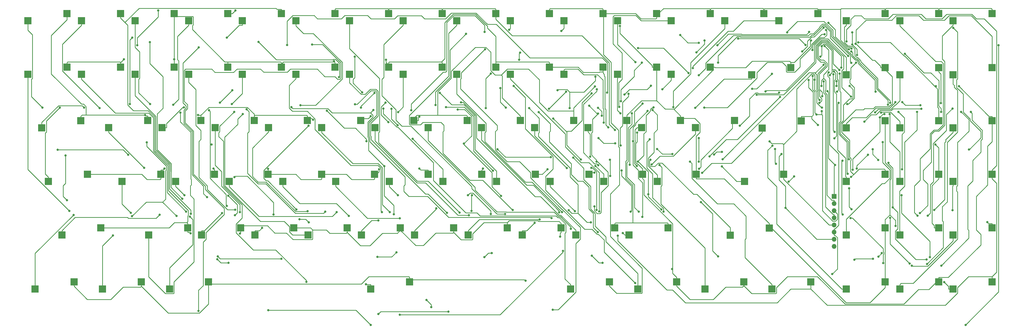
<source format=gbr>
%TF.GenerationSoftware,KiCad,Pcbnew,(5.1.10)-1*%
%TF.CreationDate,2021-12-12T17:38:05-08:00*%
%TF.ProjectId,chgray-keyboard,63686772-6179-42d6-9b65-79626f617264,Yeet2*%
%TF.SameCoordinates,Original*%
%TF.FileFunction,Copper,L2,Bot*%
%TF.FilePolarity,Positive*%
%FSLAX46Y46*%
G04 Gerber Fmt 4.6, Leading zero omitted, Abs format (unit mm)*
G04 Created by KiCad (PCBNEW (5.1.10)-1) date 2021-12-12 17:38:05*
%MOMM*%
%LPD*%
G01*
G04 APERTURE LIST*
%TA.AperFunction,SMDPad,CuDef*%
%ADD10R,2.550000X2.500000*%
%TD*%
%TA.AperFunction,ComponentPad*%
%ADD11O,1.700000X1.700000*%
%TD*%
%TA.AperFunction,ComponentPad*%
%ADD12R,1.700000X1.700000*%
%TD*%
%TA.AperFunction,ViaPad*%
%ADD13C,0.800000*%
%TD*%
%TA.AperFunction,Conductor*%
%ADD14C,0.250000*%
%TD*%
G04 APERTURE END LIST*
D10*
%TO.P,SW54,2*%
%TO.N,Net-(D65-Pad1)*%
X212912000Y-54102000D03*
%TO.P,SW54,1*%
%TO.N,ROW1*%
X226762000Y-51562000D03*
%TD*%
D11*
%TO.P,J1,8*%
%TO.N,LED_OUT*%
X319278000Y-96329500D03*
%TO.P,J1,7*%
%TO.N,LED_5V*%
X319278000Y-93789500D03*
%TO.P,J1,6*%
%TO.N,RESET*%
X319278000Y-91249500D03*
%TO.P,J1,5*%
%TO.N,ROW0*%
X319278000Y-88709500D03*
%TO.P,J1,4*%
%TO.N,COL13*%
X319278000Y-86169500D03*
%TO.P,J1,3*%
%TO.N,COL12*%
X319278000Y-83629500D03*
%TO.P,J1,2*%
%TO.N,LED_DATA*%
X319278000Y-81089500D03*
D12*
%TO.P,J1,1*%
%TO.N,LED_GND*%
X319278000Y-78549500D03*
%TD*%
D10*
%TO.P,SW41,2*%
%TO.N,Net-(D51-Pad1)*%
X175066000Y-54102000D03*
%TO.P,SW41,1*%
%TO.N,ROW1*%
X188916000Y-51562000D03*
%TD*%
%TO.P,SW10,2*%
%TO.N,Net-(D15-Pad1)*%
X85277000Y-73279000D03*
%TO.P,SW10,1*%
%TO.N,ROW2*%
X99127000Y-70739000D03*
%TD*%
%TO.P,SW57,2*%
%TO.N,Net-(D68-Pad1)*%
X154619000Y-111506000D03*
%TO.P,SW57,1*%
%TO.N,ROW4*%
X168469000Y-108966000D03*
%TD*%
%TO.P,SW21,2*%
%TO.N,Net-(D28-Pad1)*%
X299674000Y-16129000D03*
%TO.P,SW21,1*%
%TO.N,ROW6*%
X313524000Y-13589000D03*
%TD*%
%TO.P,RIGHT-SHIFT1,2*%
%TO.N,Net-(D41-Pad1)*%
X282391000Y-92382500D03*
%TO.P,RIGHT-SHIFT1,1*%
%TO.N,ROW5*%
X296241000Y-89842500D03*
%TD*%
%TO.P,Slash1,2*%
%TO.N,Net-(D78-Pad1)*%
X293758000Y-54282500D03*
%TO.P,Slash1,1*%
%TO.N,ROW1*%
X307608000Y-51742500D03*
%TD*%
%TO.P,SW52,2*%
%TO.N,Net-(D63-Pad1)*%
X193989000Y-54102000D03*
%TO.P,SW52,1*%
%TO.N,ROW1*%
X207839000Y-51562000D03*
%TD*%
%TO.P,SW51,2*%
%TO.N,Net-(D62-Pad1)*%
X185226000Y-35133900D03*
%TO.P,SW51,1*%
%TO.N,ROW0*%
X199076000Y-32593900D03*
%TD*%
%TO.P,SW58,2*%
%TO.N,Net-(D70-Pad1)*%
X225622000Y-111496000D03*
%TO.P,SW58,1*%
%TO.N,ROW6*%
X239472000Y-108956000D03*
%TD*%
%TO.P,RIGHT-SPACE1,2*%
%TO.N,Net-(D54-Pad1)*%
X249498000Y-111496000D03*
%TO.P,RIGHT-SPACE1,1*%
%TO.N,ROW4*%
X263348000Y-108956000D03*
%TD*%
%TO.P,LEFT_ALT1,2*%
%TO.N,Net-(D26-Pad1)*%
X128076000Y-16129000D03*
%TO.P,LEFT_ALT1,1*%
%TO.N,ROW4*%
X141926000Y-13589000D03*
%TD*%
%TO.P,RIGHT-SHIFT2,2*%
%TO.N,Net-(D42-Pad1)*%
X204276000Y-16129000D03*
%TO.P,RIGHT-SHIFT2,1*%
%TO.N,ROW6*%
X218126000Y-13589000D03*
%TD*%
%TO.P,LEFT-SPACE1,2*%
%TO.N,Net-(D31-Pad1)*%
X147126000Y-16129000D03*
%TO.P,LEFT-SPACE1,1*%
%TO.N,ROW4*%
X160976000Y-13589000D03*
%TD*%
%TO.P,SW50,2*%
%TO.N,Net-(D61-Pad1)*%
X323605000Y-16129000D03*
%TO.P,SW50,1*%
%TO.N,ROW6*%
X337455000Y-13589000D03*
%TD*%
%TO.P,SW45,2*%
%TO.N,Net-(D56-Pad1)*%
X261426000Y-16129000D03*
%TO.P,SW45,1*%
%TO.N,ROW6*%
X275276000Y-13589000D03*
%TD*%
%TO.P,SW37,2*%
%TO.N,Net-(D47-Pad1)*%
X361578000Y-16129000D03*
%TO.P,SW37,1*%
%TO.N,ROW6*%
X375428000Y-13589000D03*
%TD*%
%TO.P,SW25,2*%
%TO.N,Net-(D33-Pad1)*%
X280476000Y-16129000D03*
%TO.P,SW25,1*%
%TO.N,ROW6*%
X294326000Y-13589000D03*
%TD*%
%TO.P,SW13,2*%
%TO.N,Net-(D19-Pad1)*%
X242376000Y-16129000D03*
%TO.P,SW13,1*%
%TO.N,ROW6*%
X256226000Y-13589000D03*
%TD*%
%TO.P,SW9,2*%
%TO.N,Net-(D14-Pad1)*%
X342655000Y-16129000D03*
%TO.P,SW9,1*%
%TO.N,ROW6*%
X356505000Y-13589000D03*
%TD*%
%TO.P,SW3,2*%
%TO.N,Net-(D5-Pad1)*%
X223326000Y-16129000D03*
%TO.P,SW3,1*%
%TO.N,ROW6*%
X237176000Y-13589000D03*
%TD*%
%TO.P,RightMeta1,2*%
%TO.N,Net-(D80-Pad1)*%
X297180000Y-111496000D03*
%TO.P,RightMeta1,1*%
%TO.N,ROW3*%
X311030000Y-108956000D03*
%TD*%
%TO.P,ENTER1,2*%
%TO.N,Net-(D77-Pad1)*%
X287471000Y-73205500D03*
%TO.P,ENTER1,1*%
%TO.N,ROW0*%
X301321000Y-70665500D03*
%TD*%
%TO.P,SW4,2*%
%TO.N,Net-(D6-Pad1)*%
X32826000Y-35133900D03*
%TO.P,SW4,1*%
%TO.N,ROW0*%
X46676000Y-32593900D03*
%TD*%
%TO.P,WinKey1,2*%
%TO.N,Net-(D17-Pad1)*%
X83128000Y-111496000D03*
%TO.P,WinKey1,1*%
%TO.N,ROW4*%
X96978000Y-108956000D03*
%TD*%
%TO.P,LEFT_FN1,2*%
%TO.N,Net-(D12-Pad1)*%
X59252000Y-111496000D03*
%TO.P,LEFT_FN1,1*%
%TO.N,ROW4*%
X73102000Y-108956000D03*
%TD*%
%TO.P,LEFT_CTRL1,2*%
%TO.N,Net-(D3-Pad1)*%
X35334700Y-111496000D03*
%TO.P,LEFT_CTRL1,1*%
%TO.N,ROW4*%
X49184700Y-108956000D03*
%TD*%
%TO.P,LEFT-SHIFT1,2*%
%TO.N,Net-(D11-Pad1)*%
X44859700Y-92319000D03*
%TO.P,LEFT-SHIFT1,1*%
%TO.N,ROW3*%
X58709700Y-89779000D03*
%TD*%
%TO.P,Backspace1,2*%
%TO.N,Net-(Backspace1-Pad2)*%
X290043000Y-35296000D03*
%TO.P,Backspace1,1*%
%TO.N,ROW5*%
X303893000Y-32756000D03*
%TD*%
%TO.P,TAB1,2*%
%TO.N,Net-(D7-Pad1)*%
X37714700Y-54235200D03*
%TO.P,TAB1,1*%
%TO.N,ROW1*%
X51564700Y-51695200D03*
%TD*%
%TO.P,CAPS1,1*%
%TO.N,ROW2*%
X53947200Y-70729000D03*
%TO.P,CAPS1,2*%
%TO.N,Net-(CAPS1-Pad2)*%
X40097200Y-73269000D03*
%TD*%
%TO.P,SW63,2*%
%TO.N,Net-(D75-Pad1)*%
X237423000Y-73279000D03*
%TO.P,SW63,1*%
%TO.N,ROW4*%
X251273000Y-70739000D03*
%TD*%
%TO.P,SW1,2*%
%TO.N,Net-(D2-Pad1)*%
X109026000Y-16129000D03*
%TO.P,SW1,1*%
%TO.N,ROW3*%
X122876000Y-13589000D03*
%TD*%
%TO.P,SW2,2*%
%TO.N,Net-(D4-Pad1)*%
X227517000Y-92329000D03*
%TO.P,SW2,1*%
%TO.N,ROW5*%
X241367000Y-89789000D03*
%TD*%
%TO.P,SW5,2*%
%TO.N,Net-(D8-Pad1)*%
X51876000Y-35133900D03*
%TO.P,SW5,1*%
%TO.N,ROW0*%
X65726000Y-32593900D03*
%TD*%
%TO.P,SW6,2*%
%TO.N,Net-(D9-Pad1)*%
X61528000Y-54102000D03*
%TO.P,SW6,1*%
%TO.N,ROW1*%
X75378000Y-51562000D03*
%TD*%
%TO.P,SW7,2*%
%TO.N,Net-(D10-Pad1)*%
X66227000Y-73279000D03*
%TO.P,SW7,1*%
%TO.N,ROW2*%
X80077000Y-70739000D03*
%TD*%
%TO.P,SW8,2*%
%TO.N,Net-(D13-Pad1)*%
X323605000Y-92329000D03*
%TO.P,SW8,1*%
%TO.N,ROW5*%
X337455000Y-89789000D03*
%TD*%
%TO.P,SW11,2*%
%TO.N,Net-(D16-Pad1)*%
X75752000Y-92329000D03*
%TO.P,SW11,1*%
%TO.N,ROW3*%
X89602000Y-89789000D03*
%TD*%
%TO.P,SW12,2*%
%TO.N,Net-(D18-Pad1)*%
X89976000Y-16129000D03*
%TO.P,SW12,1*%
%TO.N,ROW5*%
X103826000Y-13589000D03*
%TD*%
%TO.P,SW14,2*%
%TO.N,Net-(D20-Pad1)*%
X70926000Y-35133900D03*
%TO.P,SW14,1*%
%TO.N,ROW0*%
X84776000Y-32593900D03*
%TD*%
%TO.P,SW15,2*%
%TO.N,Net-(D21-Pad1)*%
X80451000Y-54102000D03*
%TO.P,SW15,1*%
%TO.N,ROW1*%
X94301000Y-51562000D03*
%TD*%
%TO.P,SW16,2*%
%TO.N,Net-(D22-Pad1)*%
X89976000Y-35133900D03*
%TO.P,SW16,1*%
%TO.N,ROW0*%
X103826000Y-32593900D03*
%TD*%
%TO.P,SW17,2*%
%TO.N,Net-(D23-Pad1)*%
X99374000Y-54102000D03*
%TO.P,SW17,1*%
%TO.N,ROW1*%
X113224000Y-51562000D03*
%TD*%
%TO.P,SW18,2*%
%TO.N,Net-(D24-Pad1)*%
X104327000Y-73279000D03*
%TO.P,SW18,1*%
%TO.N,ROW2*%
X118177000Y-70739000D03*
%TD*%
%TO.P,SW19,2*%
%TO.N,Net-(D25-Pad1)*%
X94548000Y-92329000D03*
%TO.P,SW19,1*%
%TO.N,ROW3*%
X108398000Y-89789000D03*
%TD*%
%TO.P,SW20,2*%
%TO.N,Net-(D27-Pad1)*%
X231835000Y-54102000D03*
%TO.P,SW20,1*%
%TO.N,ROW5*%
X245685000Y-51562000D03*
%TD*%
%TO.P,SW22,2*%
%TO.N,Net-(D29-Pad1)*%
X123377000Y-73279000D03*
%TO.P,SW22,1*%
%TO.N,ROW2*%
X137227000Y-70739000D03*
%TD*%
%TO.P,SW23,2*%
%TO.N,Net-(D30-Pad1)*%
X113471000Y-92329000D03*
%TO.P,SW23,1*%
%TO.N,ROW3*%
X127321000Y-89789000D03*
%TD*%
%TO.P,SW24,2*%
%TO.N,Net-(D32-Pad1)*%
X250885000Y-54102000D03*
%TO.P,SW24,1*%
%TO.N,ROW5*%
X264735000Y-51562000D03*
%TD*%
%TO.P,SW26,2*%
%TO.N,Net-(D34-Pad1)*%
X109026000Y-35133900D03*
%TO.P,SW26,1*%
%TO.N,ROW0*%
X122876000Y-32593900D03*
%TD*%
%TO.P,SW27,2*%
%TO.N,Net-(D35-Pad1)*%
X118297000Y-54102000D03*
%TO.P,SW27,1*%
%TO.N,ROW1*%
X132147000Y-51562000D03*
%TD*%
%TO.P,SW28,2*%
%TO.N,Net-(D36-Pad1)*%
X128076000Y-35133900D03*
%TO.P,SW28,1*%
%TO.N,ROW0*%
X141926000Y-32593900D03*
%TD*%
%TO.P,SW29,2*%
%TO.N,Net-(D37-Pad1)*%
X137220000Y-54102000D03*
%TO.P,SW29,1*%
%TO.N,ROW1*%
X151070000Y-51562000D03*
%TD*%
%TO.P,SW30,2*%
%TO.N,Net-(D38-Pad1)*%
X142173000Y-73279000D03*
%TO.P,SW30,1*%
%TO.N,ROW2*%
X156023000Y-70739000D03*
%TD*%
%TO.P,SW31,2*%
%TO.N,Net-(D39-Pad1)*%
X132394000Y-92329000D03*
%TO.P,SW31,1*%
%TO.N,ROW3*%
X146244000Y-89789000D03*
%TD*%
%TO.P,SW32,2*%
%TO.N,Net-(D40-Pad1)*%
X166176000Y-16129000D03*
%TO.P,SW32,1*%
%TO.N,ROW4*%
X180026000Y-13589000D03*
%TD*%
%TO.P,SW33,2*%
%TO.N,Net-(D43-Pad1)*%
X161223000Y-73279000D03*
%TO.P,SW33,1*%
%TO.N,ROW2*%
X175073000Y-70739000D03*
%TD*%
%TO.P,SW34,2*%
%TO.N,Net-(D44-Pad1)*%
X151317000Y-92329000D03*
%TO.P,SW34,1*%
%TO.N,ROW3*%
X165167000Y-89789000D03*
%TD*%
%TO.P,SW35,2*%
%TO.N,Net-(D45-Pad1)*%
X185226000Y-16129000D03*
%TO.P,SW35,1*%
%TO.N,ROW4*%
X199076000Y-13589000D03*
%TD*%
%TO.P,SW36,2*%
%TO.N,Net-(D46-Pad1)*%
X246440000Y-92329000D03*
%TO.P,SW36,1*%
%TO.N,ROW5*%
X260290000Y-89789000D03*
%TD*%
%TO.P,SW38,2*%
%TO.N,Net-(D48-Pad1)*%
X147126000Y-35133900D03*
%TO.P,SW38,1*%
%TO.N,ROW0*%
X160976000Y-32593900D03*
%TD*%
%TO.P,SW39,2*%
%TO.N,Net-(D49-Pad1)*%
X156143000Y-54102000D03*
%TO.P,SW39,1*%
%TO.N,ROW1*%
X169993000Y-51562000D03*
%TD*%
%TO.P,SW40,2*%
%TO.N,Net-(D50-Pad1)*%
X166176000Y-35133900D03*
%TO.P,SW40,1*%
%TO.N,ROW0*%
X180026000Y-32593900D03*
%TD*%
%TO.P,SW42,2*%
%TO.N,Net-(D52-Pad1)*%
X180273000Y-73279000D03*
%TO.P,SW42,1*%
%TO.N,ROW2*%
X194123000Y-70739000D03*
%TD*%
%TO.P,SW43,2*%
%TO.N,Net-(D53-Pad1)*%
X170240000Y-92329000D03*
%TO.P,SW43,1*%
%TO.N,ROW3*%
X184090000Y-89789000D03*
%TD*%
%TO.P,SW44,2*%
%TO.N,Net-(D55-Pad1)*%
X242376000Y-35133900D03*
%TO.P,SW44,1*%
%TO.N,ROW5*%
X256226000Y-32593900D03*
%TD*%
%TO.P,SW46,2*%
%TO.N,Net-(D57-Pad1)*%
X199323000Y-73279000D03*
%TO.P,SW46,1*%
%TO.N,ROW2*%
X213173000Y-70739000D03*
%TD*%
%TO.P,SW47,2*%
%TO.N,Net-(D58-Pad1)*%
X189290000Y-92329000D03*
%TO.P,SW47,1*%
%TO.N,ROW3*%
X203140000Y-89789000D03*
%TD*%
%TO.P,SW49,2*%
%TO.N,Net-(D60-Pad1)*%
X261426000Y-35133900D03*
%TO.P,SW49,1*%
%TO.N,ROW5*%
X275276000Y-32593900D03*
%TD*%
%TO.P,SW53,2*%
%TO.N,Net-(D64-Pad1)*%
X204276000Y-35133900D03*
%TO.P,SW53,1*%
%TO.N,ROW0*%
X218126000Y-32593900D03*
%TD*%
%TO.P,SW55,2*%
%TO.N,Net-(D66-Pad1)*%
X218373000Y-73279000D03*
%TO.P,SW55,1*%
%TO.N,ROW2*%
X232223000Y-70739000D03*
%TD*%
%TO.P,SW56,2*%
%TO.N,Net-(D67-Pad1)*%
X208467000Y-92329000D03*
%TO.P,SW56,1*%
%TO.N,ROW3*%
X222317000Y-89789000D03*
%TD*%
%TO.P,SW59,2*%
%TO.N,Net-(D71-Pad1)*%
X223326000Y-35133900D03*
%TO.P,SW59,1*%
%TO.N,ROW0*%
X237176000Y-32593900D03*
%TD*%
%TO.P,SW60,2*%
%TO.N,Net-(D72-Pad1)*%
X342655000Y-73279000D03*
%TO.P,SW60,1*%
%TO.N,ROW1*%
X356505000Y-70739000D03*
%TD*%
%TO.P,SW61,2*%
%TO.N,Net-(D73-Pad1)*%
X270062000Y-54102000D03*
%TO.P,SW61,1*%
%TO.N,ROW2*%
X283912000Y-51562000D03*
%TD*%
%TO.P,SW62,2*%
%TO.N,Net-(D74-Pad1)*%
X361578000Y-73279000D03*
%TO.P,SW62,1*%
%TO.N,ROW3*%
X375428000Y-70739000D03*
%TD*%
%TO.P,SW64,2*%
%TO.N,Net-(D76-Pad1)*%
X256473000Y-73279000D03*
%TO.P,SW64,1*%
%TO.N,ROW5*%
X270323000Y-70739000D03*
%TD*%
%TO.P,SW66,2*%
%TO.N,Net-(D81-Pad1)*%
X342655000Y-54229000D03*
%TO.P,SW66,1*%
%TO.N,ROW4*%
X356505000Y-51689000D03*
%TD*%
%TO.P,SW67,2*%
%TO.N,Net-(D82-Pad1)*%
X323605000Y-54229000D03*
%TO.P,SW67,1*%
%TO.N,ROW5*%
X337455000Y-51689000D03*
%TD*%
%TO.P,SW65,2*%
%TO.N,Net-(D79-Pad1)*%
X323605000Y-73279000D03*
%TO.P,SW65,1*%
%TO.N,ROW2*%
X337455000Y-70739000D03*
%TD*%
%TO.P,SW68,2*%
%TO.N,Net-(D84-Pad1)*%
X342655000Y-92329000D03*
%TO.P,SW68,1*%
%TO.N,ROW1*%
X356505000Y-89789000D03*
%TD*%
%TO.P,SW69,2*%
%TO.N,Net-(D85-Pad1)*%
X323605000Y-35306000D03*
%TO.P,SW69,1*%
%TO.N,ROW2*%
X337455000Y-32766000D03*
%TD*%
%TO.P,SW70,2*%
%TO.N,Net-(D86-Pad1)*%
X51876000Y-16129000D03*
%TO.P,SW70,1*%
%TO.N,ROW3*%
X65726000Y-13589000D03*
%TD*%
%TO.P,SW71,2*%
%TO.N,Net-(D87-Pad1)*%
X361578000Y-54229000D03*
%TO.P,SW71,1*%
%TO.N,ROW4*%
X375428000Y-51689000D03*
%TD*%
%TO.P,SW72,2*%
%TO.N,Net-(D88-Pad1)*%
X361578000Y-92329000D03*
%TO.P,SW72,1*%
%TO.N,ROW5*%
X375428000Y-89789000D03*
%TD*%
%TO.P,SW73,2*%
%TO.N,Net-(D90-Pad1)*%
X32826000Y-16129000D03*
%TO.P,SW73,1*%
%TO.N,ROW1*%
X46676000Y-13589000D03*
%TD*%
%TO.P,SW74,2*%
%TO.N,Net-(D91-Pad1)*%
X361578000Y-35306000D03*
%TO.P,SW74,1*%
%TO.N,ROW2*%
X375428000Y-32766000D03*
%TD*%
%TO.P,SW75,2*%
%TO.N,Net-(D92-Pad1)*%
X361578000Y-111506000D03*
%TO.P,SW75,1*%
%TO.N,ROW3*%
X375428000Y-108966000D03*
%TD*%
%TO.P,SW76,2*%
%TO.N,Net-(D93-Pad1)*%
X342655000Y-111506000D03*
%TO.P,SW76,1*%
%TO.N,ROW4*%
X356505000Y-108966000D03*
%TD*%
%TO.P,SW77,2*%
%TO.N,Net-(D94-Pad1)*%
X323605000Y-111506000D03*
%TO.P,SW77,1*%
%TO.N,ROW5*%
X337455000Y-108966000D03*
%TD*%
%TO.P,S2,2*%
%TO.N,Net-(D89-Pad1)*%
X70926000Y-16129000D03*
%TO.P,S2,1*%
%TO.N,ROW0*%
X84776000Y-13589000D03*
%TD*%
%TO.P,S1,2*%
%TO.N,Net-(D83-Pad1)*%
X342655000Y-35306000D03*
%TO.P,S1,1*%
%TO.N,ROW0*%
X356505000Y-32766000D03*
%TD*%
%TO.P,SW48,2*%
%TO.N,Net-(D59-Pad1)*%
X273374000Y-111496000D03*
%TO.P,SW48,1*%
%TO.N,ROW4*%
X287224000Y-108956000D03*
%TD*%
D13*
%TO.N,Net-(D2-Pad1)*%
X103463500Y-22140100D03*
X69893500Y-22140100D03*
X69054500Y-45770000D03*
%TO.N,Net-(D3-Pad1)*%
X49017300Y-85157600D03*
%TO.N,Net-(D4-Pad1)*%
X186731700Y-45115100D03*
%TO.N,Net-(D5-Pad1)*%
X222331500Y-19761500D03*
X188500500Y-20784500D03*
X177662800Y-46050700D03*
%TO.N,Net-(D6-Pad1)*%
X47548100Y-83710100D03*
%TO.N,Net-(D7-Pad1)*%
X52751400Y-46990000D03*
%TO.N,Net-(D8-Pad1)*%
X89015300Y-83977200D03*
%TO.N,Net-(D9-Pad1)*%
X74119900Y-68436000D03*
X106160800Y-71726000D03*
X120116000Y-85004700D03*
%TO.N,Net-(D10-Pad1)*%
X69356400Y-84435400D03*
%TO.N,Net-(D11-Pad1)*%
X79643900Y-85120300D03*
%TO.N,Net-(D12-Pad1)*%
X63011500Y-92434900D03*
%TO.N,Net-(D13-Pad1)*%
X336588500Y-59261300D03*
%TO.N,Net-(D14-Pad1)*%
X348955900Y-85471000D03*
%TO.N,Net-(D15-Pad1)*%
X106376000Y-85275300D03*
X103962000Y-78326500D03*
X88454700Y-78183400D03*
%TO.N,Net-(D16-Pad1)*%
X87001900Y-48805100D03*
%TO.N,Net-(D17-Pad1)*%
X90357100Y-85785700D03*
%TO.N,Net-(D18-Pad1)*%
X84403700Y-45975700D03*
%TO.N,Net-(D19-Pad1)*%
X195540000Y-47200600D03*
X197332500Y-34886800D03*
X248692400Y-30847500D03*
%TO.N,Net-(D20-Pad1)*%
X90710200Y-84719400D03*
%TO.N,Net-(D21-Pad1)*%
X88260300Y-46902000D03*
%TO.N,Net-(D22-Pad1)*%
X106488700Y-83343000D03*
%TO.N,Net-(D23-Pad1)*%
X108144300Y-84128700D03*
%TO.N,Net-(D24-Pad1)*%
X142558900Y-84204600D03*
%TO.N,Net-(D25-Pad1)*%
X101827200Y-84482200D03*
%TO.N,Net-(D26-Pad1)*%
X129680100Y-46148200D03*
%TO.N,Net-(D27-Pad1)*%
X232636400Y-64430100D03*
%TO.N,Net-(D28-Pad1)*%
X269099900Y-32947200D03*
X200663800Y-40053500D03*
X202641900Y-46990000D03*
%TO.N,Net-(D29-Pad1)*%
X146806000Y-85507700D03*
%TO.N,Net-(D30-Pad1)*%
X116015900Y-89784100D03*
%TO.N,Net-(D31-Pad1)*%
X186234400Y-84355000D03*
%TO.N,Net-(D32-Pad1)*%
X249168900Y-67708300D03*
%TO.N,Net-(D33-Pad1)*%
X262166500Y-46791300D03*
%TO.N,Net-(D34-Pad1)*%
X105236600Y-45762300D03*
%TO.N,Net-(D35-Pad1)*%
X132188800Y-83833100D03*
%TO.N,Net-(D36-Pad1)*%
X158601000Y-84175300D03*
%TO.N,Net-(D37-Pad1)*%
X161359100Y-84189300D03*
%TO.N,Net-(D38-Pad1)*%
X164966100Y-86332800D03*
%TO.N,Net-(D39-Pad1)*%
X109135800Y-49286600D03*
%TO.N,Net-(D40-Pad1)*%
X202418200Y-84823400D03*
%TO.N,Net-(D41-Pad1)*%
X253991400Y-65577700D03*
%TO.N,Net-(D42-Pad1)*%
X203780400Y-19273400D03*
X195118100Y-20107200D03*
X169032900Y-47965600D03*
%TO.N,Net-(D43-Pad1)*%
X164320200Y-78188500D03*
X189141000Y-78188500D03*
X197291900Y-84815300D03*
%TO.N,Net-(D44-Pad1)*%
X157378000Y-87111600D03*
%TO.N,Net-(D45-Pad1)*%
X205070800Y-83420700D03*
%TO.N,Net-(D46-Pad1)*%
X244215500Y-91614400D03*
X235346900Y-91275600D03*
X214350700Y-48640100D03*
%TO.N,Net-(D47-Pad1)*%
X349782000Y-84545600D03*
%TO.N,Net-(D48-Pad1)*%
X181747000Y-84423100D03*
%TO.N,Net-(D49-Pad1)*%
X189510000Y-85305800D03*
%TO.N,Net-(D50-Pad1)*%
X164344300Y-48576800D03*
%TO.N,Net-(D51-Pad1)*%
X225710900Y-90059500D03*
%TO.N,Net-(D52-Pad1)*%
X169498400Y-58128000D03*
X153140600Y-58961500D03*
X139044700Y-48083800D03*
%TO.N,Net-(D53-Pad1)*%
X177912000Y-82851000D03*
%TO.N,Net-(D54-Pad1)*%
X226554900Y-64777600D03*
%TO.N,Net-(D55-Pad1)*%
X243346400Y-49049400D03*
X247395800Y-49049400D03*
X249896900Y-84039300D03*
%TO.N,Net-(D56-Pad1)*%
X242944200Y-46766900D03*
%TO.N,Net-(D57-Pad1)*%
X179138100Y-41710000D03*
X155962700Y-41710000D03*
X151186800Y-46990000D03*
%TO.N,Net-(D58-Pad1)*%
X214620800Y-86773000D03*
%TO.N,Net-(D59-Pad1)*%
X257255000Y-67433900D03*
%TO.N,Net-(D61-Pad1)*%
X339213600Y-45308800D03*
%TO.N,Net-(D62-Pad1)*%
X222656000Y-84200700D03*
%TO.N,Net-(D63-Pad1)*%
X221625000Y-84218900D03*
%TO.N,Net-(D64-Pad1)*%
X235809600Y-83938200D03*
%TO.N,Net-(D65-Pad1)*%
X224276200Y-68463300D03*
X243771300Y-69379600D03*
X247027100Y-84039200D03*
%TO.N,Net-(D66-Pad1)*%
X227171400Y-83870900D03*
%TO.N,Net-(D67-Pad1)*%
X212846300Y-87949700D03*
%TO.N,Net-(D68-Pad1)*%
X106090200Y-48520900D03*
X131730300Y-109014600D03*
X152922200Y-109809200D03*
%TO.N,Net-(D70-Pad1)*%
X159142500Y-47319700D03*
%TO.N,Net-(D71-Pad1)*%
X237455400Y-52365100D03*
X253734700Y-58270800D03*
X258658900Y-83966700D03*
%TO.N,Net-(D72-Pad1)*%
X339025000Y-49320500D03*
%TO.N,Net-(Backspace1-Pad2)*%
X269967200Y-47078000D03*
%TO.N,Net-(D73-Pad1)*%
X254434700Y-67210800D03*
%TO.N,Net-(D74-Pad1)*%
X361378900Y-83469900D03*
%TO.N,Net-(CAPS1-Pad2)*%
X44114200Y-47026800D03*
%TO.N,Net-(D75-Pad1)*%
X234487200Y-67714800D03*
%TO.N,Net-(D76-Pad1)*%
X254747400Y-47876100D03*
%TO.N,Net-(D77-Pad1)*%
X279384300Y-67880700D03*
%TO.N,Net-(D78-Pad1)*%
X181341800Y-46840500D03*
X198075600Y-69407000D03*
X272383000Y-70233600D03*
%TO.N,Net-(D79-Pad1)*%
X320897900Y-45327500D03*
%TO.N,Net-(D80-Pad1)*%
X268096900Y-66230500D03*
%TO.N,Net-(D81-Pad1)*%
X336011000Y-48798000D03*
%TO.N,Net-(D82-Pad1)*%
X341062800Y-45083500D03*
X343530100Y-45083500D03*
X349989000Y-46183000D03*
%TO.N,Net-(D83-Pad1)*%
X333840000Y-48669200D03*
%TO.N,Net-(D84-Pad1)*%
X348726000Y-48510300D03*
%TO.N,LED_GND*%
X335011800Y-99982500D03*
X336225700Y-98768600D03*
X278093500Y-99941000D03*
X272010200Y-80626100D03*
X316921800Y-41127500D03*
X243483200Y-60454600D03*
X246229500Y-42107300D03*
X334991300Y-65589900D03*
X332987800Y-61854300D03*
X319657300Y-67443600D03*
X273278600Y-23099900D03*
X270335300Y-27375400D03*
X148958600Y-28902600D03*
X151618100Y-41541600D03*
%TO.N,LED_5V*%
X320338600Y-41290200D03*
X314891900Y-25140400D03*
X314420000Y-28902200D03*
X352117100Y-100998700D03*
X327440200Y-28262200D03*
X100113800Y-100939100D03*
X104062600Y-102165200D03*
X300589700Y-63521300D03*
X317746600Y-35465900D03*
X325765700Y-20226000D03*
X325701400Y-24539100D03*
X176106600Y-117955400D03*
X174444900Y-115401800D03*
X340124800Y-82514900D03*
X338568500Y-66652200D03*
X207732000Y-27452000D03*
X207388400Y-29986300D03*
X301991500Y-82648200D03*
%TO.N,ROW5*%
X106526300Y-12464100D03*
X243174400Y-17987000D03*
X341138100Y-89048400D03*
X373727400Y-87756400D03*
X311120600Y-23126300D03*
%TO.N,ROW2*%
X81273700Y-68666300D03*
X325351700Y-71625900D03*
X326909600Y-24296900D03*
X271283500Y-68781200D03*
X118177000Y-68782800D03*
X194477800Y-68702600D03*
X217408700Y-68913600D03*
X98756600Y-68666300D03*
X171866800Y-68634000D03*
X157571600Y-68893400D03*
X234124200Y-70132000D03*
%TO.N,COL0*%
X85581700Y-85517800D03*
X69828700Y-85643700D03*
X75058700Y-59386700D03*
X243513100Y-44710600D03*
X251003400Y-31027000D03*
X278036900Y-31033700D03*
X324305500Y-28597800D03*
X159859200Y-45254900D03*
X160933500Y-52156900D03*
%TO.N,COL1*%
X344476800Y-27896000D03*
X357349900Y-48538800D03*
X129307400Y-86732500D03*
X132571000Y-87775200D03*
X361352200Y-47307500D03*
X352571800Y-85471000D03*
%TO.N,COL2*%
X321248800Y-34890700D03*
X324164300Y-70546300D03*
X305059300Y-71443700D03*
X303170700Y-73332300D03*
X200960800Y-78369000D03*
X185543400Y-47654000D03*
X187770500Y-59781700D03*
X98058000Y-60112000D03*
X103467500Y-82001200D03*
X97124700Y-47915300D03*
%TO.N,COL3*%
X325376800Y-31052000D03*
X271252700Y-35452200D03*
X254152500Y-39233300D03*
X244816300Y-42306800D03*
X233125500Y-41911200D03*
X229307700Y-65452900D03*
X219505000Y-50896600D03*
X128219200Y-83211900D03*
X132487600Y-53419000D03*
%TO.N,COL4*%
X314067600Y-45275600D03*
X321846600Y-32802800D03*
X251213100Y-45555200D03*
X246653500Y-67322400D03*
X110491800Y-47606300D03*
X138478800Y-84020100D03*
X190467500Y-83713900D03*
X190607400Y-78138300D03*
X239713500Y-71286600D03*
X239646000Y-65575200D03*
%TO.N,COL5*%
X321130900Y-33579700D03*
X315070000Y-42938600D03*
X300065400Y-43171000D03*
X275032400Y-64364700D03*
X155578600Y-47849900D03*
X126460800Y-46840500D03*
X159422700Y-67791300D03*
X162820000Y-84907500D03*
%TO.N,COL6*%
X320143500Y-37582200D03*
X320119300Y-39293300D03*
X324782600Y-39293300D03*
X324575900Y-65407600D03*
X322262900Y-65900300D03*
X322338400Y-84991100D03*
X232888100Y-87807900D03*
X210902700Y-47201900D03*
X224994000Y-83513800D03*
%TO.N,COL7*%
X299782300Y-41639300D03*
X285798900Y-53433700D03*
X232230600Y-46324700D03*
X235415600Y-49145700D03*
X234104300Y-82146500D03*
X234909200Y-66230500D03*
%TO.N,COL8*%
X314145600Y-44275200D03*
X279648500Y-65329600D03*
X218891500Y-86288000D03*
X149042800Y-45829900D03*
X315548800Y-31737100D03*
X233058500Y-68440100D03*
X234878400Y-83424100D03*
%TO.N,COL9*%
X273176300Y-46990000D03*
X315888500Y-20913900D03*
X317293800Y-16867600D03*
X324516300Y-26250600D03*
X161999800Y-47401200D03*
X164199000Y-53233000D03*
X247877400Y-58931100D03*
X253040400Y-48201100D03*
X251137600Y-85890600D03*
%TO.N,COL10*%
X338411800Y-45950200D03*
X325386600Y-26990200D03*
X342175000Y-48510300D03*
X343396400Y-68913600D03*
X324607800Y-75663900D03*
X253298000Y-77856100D03*
X325481800Y-83179100D03*
X257883800Y-83233400D03*
X249517600Y-66230500D03*
X255114700Y-46875700D03*
%TO.N,COL11*%
X323936400Y-45766900D03*
X327130400Y-30961300D03*
X271246900Y-66230500D03*
X271239000Y-57825600D03*
X236715100Y-49871800D03*
X235397500Y-47048800D03*
X335543600Y-50439700D03*
X337192800Y-49320500D03*
X325902700Y-69095800D03*
%TO.N,COL12*%
X350264700Y-47396600D03*
X330030000Y-51971300D03*
X314895300Y-48284500D03*
X339163600Y-86215100D03*
X346128600Y-102452000D03*
X313004900Y-49491700D03*
X311673500Y-35734000D03*
%TO.N,COL13*%
X234459600Y-36025400D03*
X225297000Y-47205500D03*
X220978100Y-40812800D03*
X105428600Y-40812800D03*
X101034300Y-45234000D03*
X325140500Y-86260800D03*
X336729300Y-102268600D03*
X315543100Y-37677900D03*
X357414800Y-103185600D03*
X367882500Y-48515200D03*
%TO.N,ROW0*%
X312375400Y-37083700D03*
X296358500Y-59005100D03*
X239058600Y-54043600D03*
X141605700Y-30499000D03*
X160046400Y-29997400D03*
X66916500Y-29778500D03*
X84776000Y-29778500D03*
X357204300Y-45424000D03*
X314996200Y-47035700D03*
%TO.N,ROW3*%
X323692200Y-23449000D03*
X108104900Y-91798900D03*
X90610900Y-91663100D03*
X221938500Y-92881200D03*
X242445100Y-92535500D03*
%TO.N,ROW4*%
X261758500Y-104400700D03*
X209667900Y-108569100D03*
X355495900Y-39414900D03*
X363638000Y-39414900D03*
X241404000Y-54948900D03*
X249275500Y-55902100D03*
X327832600Y-23758900D03*
%TO.N,ROW1*%
X134127700Y-51326800D03*
X234333500Y-39451200D03*
X290218100Y-40300800D03*
X297174600Y-34938500D03*
X355278100Y-60115900D03*
X313507600Y-53152000D03*
X171876300Y-50175300D03*
X154614400Y-50059300D03*
X310274000Y-37168200D03*
X93252000Y-49636800D03*
X74412100Y-49636800D03*
%TO.N,LED_DATA*%
X314815200Y-39255700D03*
X315892300Y-25093600D03*
%TO.N,Net-(R2-Pad1)*%
X307990100Y-27003500D03*
X315578600Y-18524600D03*
%TO.N,Net-(R3-Pad1)*%
X316436100Y-19382000D03*
X311587300Y-26551200D03*
%TO.N,Net-(D167-Pad2)*%
X326497800Y-101118300D03*
X333125800Y-100758600D03*
%TO.N,Net-(D103-Pad4)*%
X156987800Y-100102300D03*
X163739300Y-98445800D03*
%TO.N,Net-(D101-Pad2)*%
X256419900Y-61699600D03*
X261851000Y-63543900D03*
X276600500Y-63701400D03*
X279461000Y-62738000D03*
%TO.N,Net-(D104-Pad2)*%
X238586500Y-41681400D03*
X124929300Y-24739600D03*
%TO.N,Net-(D109-Pad2)*%
X267572500Y-34722800D03*
X249649400Y-25872900D03*
%TO.N,Net-(D113-Pad2)*%
X100231300Y-99877200D03*
X122880800Y-100739600D03*
%TO.N,Net-(D116-Pad2)*%
X199701800Y-61824800D03*
X218665600Y-64633200D03*
%TO.N,Net-(D124-Pad2)*%
X285224200Y-22485400D03*
X309122100Y-24739600D03*
%TO.N,Net-(D129-Pad2)*%
X271221300Y-23929700D03*
X264577300Y-21171300D03*
%TO.N,Net-(D142-Pad2)*%
X76101000Y-23715600D03*
X87692200Y-79425900D03*
%TO.N,Net-(D143-Pad2)*%
X133808200Y-24549700D03*
X93403600Y-119320300D03*
%TO.N,Net-(D144-Pad2)*%
X310442500Y-20101100D03*
X277798800Y-24790400D03*
%TO.N,Net-(D152-Pad2)*%
X353302900Y-100198900D03*
X343296500Y-78138200D03*
X96465500Y-78847500D03*
X93526100Y-25571800D03*
%TO.N,Net-(D154-Pad2)*%
X118240100Y-119082900D03*
X154620500Y-124288700D03*
X366015000Y-124288700D03*
X377762100Y-24832400D03*
%TO.N,Net-(D155-Pad2)*%
X325293300Y-43105800D03*
X291776900Y-42445000D03*
%TO.N,Net-(D156-Pad2)*%
X43373900Y-61988700D03*
X68408900Y-63751700D03*
%TO.N,Net-(D161-Pad2)*%
X46638900Y-79906600D03*
X46190800Y-64037200D03*
%TO.N,Net-(D163-Pad2)*%
X219275800Y-118868100D03*
X195259600Y-26282500D03*
%TO.N,Net-(D164-Pad2)*%
X157349500Y-120371300D03*
X182223600Y-119547900D03*
%TO.N,ROW6*%
X325516700Y-25989800D03*
%TO.N,Net-(D180-Pad2)*%
X367265800Y-61905600D03*
X361661700Y-18672800D03*
X79074200Y-12428700D03*
X71682000Y-24841200D03*
%TO.N,Net-(D187-Pad2)*%
X194977300Y-100171400D03*
X197663400Y-98739100D03*
%TO.N,Net-(D195-Pad2)*%
X331312200Y-63748400D03*
X327370700Y-68651000D03*
X298675200Y-66965600D03*
X298324800Y-61721000D03*
%TO.N,Net-(C107-Pad1)*%
X319229900Y-34157300D03*
X319361200Y-57902700D03*
%TO.N,Net-(C108-Pad1)*%
X319062900Y-35157700D03*
X319434300Y-55618800D03*
%TO.N,Net-(D60-Pad1)*%
X258260500Y-40467300D03*
X234940000Y-40467300D03*
X235499000Y-67488500D03*
%TO.N,Net-(D85-Pad1)*%
X217985200Y-47451800D03*
X224090800Y-41346200D03*
X294931200Y-41269200D03*
%TO.N,Net-(D86-Pad1)*%
X58270600Y-47182000D03*
%TO.N,Net-(D87-Pad1)*%
X354829400Y-83391300D03*
%TO.N,Net-(D88-Pad1)*%
X346904800Y-103177400D03*
%TO.N,Net-(D89-Pad1)*%
X76188000Y-45770000D03*
%TO.N,Net-(D90-Pad1)*%
X37984000Y-46990000D03*
%TO.N,Net-(D91-Pad1)*%
X352322500Y-102604900D03*
%TO.N,Net-(D92-Pad1)*%
X358393400Y-109032000D03*
%TO.N,Net-(D93-Pad1)*%
X364454000Y-48515200D03*
%TO.N,Net-(D94-Pad1)*%
X235532100Y-57825400D03*
X241464500Y-59692900D03*
X297355500Y-60503700D03*
%TO.N,Net-(D104-Pad4)*%
X114760400Y-23639600D03*
X143349800Y-36177700D03*
X205443500Y-39264400D03*
X248586700Y-109430000D03*
%TO.N,Net-(D170-Pad2)*%
X302608200Y-20286700D03*
X334037400Y-41333000D03*
%TO.N,Net-(D177-Pad2)*%
X233172300Y-99637400D03*
X237027800Y-102166800D03*
%TO.N,RESET*%
X317328900Y-34465500D03*
X318667000Y-106177700D03*
%TO.N,LED_OUT*%
X222927000Y-97934000D03*
X164939000Y-120696200D03*
%TD*%
D14*
%TO.N,Net-(D2-Pad1)*%
X109026000Y-16129000D02*
X109026000Y-17704300D01*
X69054500Y-45770000D02*
X69054500Y-22979100D01*
X69054500Y-22979100D02*
X69893500Y-22140100D01*
X103463500Y-22140100D02*
X107899300Y-17704300D01*
X107899300Y-17704300D02*
X109026000Y-17704300D01*
%TO.N,Net-(D3-Pad1)*%
X35334700Y-111496000D02*
X35334700Y-98840200D01*
X35334700Y-98840200D02*
X49017300Y-85157600D01*
%TO.N,Net-(D4-Pad1)*%
X227517000Y-92329000D02*
X227517000Y-90623200D01*
X227517000Y-90623200D02*
X222132700Y-85238900D01*
X222132700Y-85238900D02*
X221598100Y-85238900D01*
X221598100Y-85238900D02*
X215002500Y-78643300D01*
X215002500Y-78643300D02*
X213033100Y-78643300D01*
X213033100Y-78643300D02*
X192229500Y-57839700D01*
X192229500Y-57839700D02*
X192229500Y-49837100D01*
X192229500Y-49837100D02*
X187507500Y-45115100D01*
X187507500Y-45115100D02*
X186731700Y-45115100D01*
%TO.N,Net-(D5-Pad1)*%
X177662800Y-46050700D02*
X177662800Y-41408900D01*
X177662800Y-41408900D02*
X182783900Y-36287800D01*
X182783900Y-36287800D02*
X182783900Y-26501100D01*
X182783900Y-26501100D02*
X188500500Y-20784500D01*
X222331500Y-19761500D02*
X223326000Y-18767000D01*
X223326000Y-18767000D02*
X223326000Y-16129000D01*
%TO.N,Net-(D6-Pad1)*%
X32826000Y-35133900D02*
X32826000Y-68988000D01*
X32826000Y-68988000D02*
X47548100Y-83710100D01*
%TO.N,Net-(D7-Pad1)*%
X52751400Y-46990000D02*
X52062900Y-46301500D01*
X52062900Y-46301500D02*
X43699600Y-46301500D01*
X43699600Y-46301500D02*
X37714700Y-52286400D01*
X37714700Y-52286400D02*
X37714700Y-54235200D01*
%TO.N,Net-(D8-Pad1)*%
X51876000Y-35133900D02*
X51876000Y-36917000D01*
X51876000Y-36917000D02*
X63870500Y-48911500D01*
X63870500Y-48911500D02*
X75774200Y-48911500D01*
X75774200Y-48911500D02*
X77381900Y-50519200D01*
X77381900Y-50519200D02*
X77381900Y-62474600D01*
X77381900Y-62474600D02*
X82449300Y-67542000D01*
X82449300Y-67542000D02*
X82449300Y-69352000D01*
X82449300Y-69352000D02*
X82301000Y-69500300D01*
X82301000Y-69500300D02*
X82301000Y-77262900D01*
X82301000Y-77262900D02*
X89015300Y-83977200D01*
%TO.N,Net-(D9-Pad1)*%
X120116000Y-85004700D02*
X120116000Y-80758800D01*
X120116000Y-80758800D02*
X110758400Y-71401200D01*
X110758400Y-71401200D02*
X106485600Y-71401200D01*
X106485600Y-71401200D02*
X106160800Y-71726000D01*
X74119900Y-68436000D02*
X61528000Y-55844100D01*
X61528000Y-55844100D02*
X61528000Y-54102000D01*
%TO.N,Net-(D10-Pad1)*%
X69356400Y-84435400D02*
X66227000Y-81306000D01*
X66227000Y-81306000D02*
X66227000Y-73279000D01*
%TO.N,Net-(D11-Pad1)*%
X44859700Y-92319000D02*
X44859700Y-90743700D01*
X44859700Y-90743700D02*
X49570200Y-86033200D01*
X49570200Y-86033200D02*
X68182700Y-86033200D01*
X68182700Y-86033200D02*
X68537900Y-86388400D01*
X68537900Y-86388400D02*
X78375800Y-86388400D01*
X78375800Y-86388400D02*
X79643900Y-85120300D01*
%TO.N,Net-(D12-Pad1)*%
X59252000Y-111496000D02*
X59252000Y-96194400D01*
X59252000Y-96194400D02*
X63011500Y-92434900D01*
%TO.N,Net-(D13-Pad1)*%
X336588500Y-59261300D02*
X336588500Y-66563000D01*
X336588500Y-66563000D02*
X339081100Y-69055600D01*
X339081100Y-69055600D02*
X339081100Y-72145600D01*
X339081100Y-72145600D02*
X337192800Y-74033900D01*
X337192800Y-74033900D02*
X336305300Y-74033900D01*
X336305300Y-74033900D02*
X323605000Y-86734200D01*
X323605000Y-86734200D02*
X323605000Y-92329000D01*
%TO.N,Net-(D14-Pad1)*%
X342655000Y-16129000D02*
X342655000Y-17922100D01*
X342655000Y-17922100D02*
X355348000Y-30615100D01*
X355348000Y-30615100D02*
X357386500Y-30615100D01*
X357386500Y-30615100D02*
X358105700Y-31334300D01*
X358105700Y-31334300D02*
X358105700Y-53077600D01*
X358105700Y-53077600D02*
X356215400Y-54967900D01*
X356215400Y-54967900D02*
X354738900Y-54967900D01*
X354738900Y-54967900D02*
X353415300Y-56291500D01*
X353415300Y-56291500D02*
X353415300Y-61633800D01*
X353415300Y-61633800D02*
X349868000Y-65181100D01*
X349868000Y-65181100D02*
X349868000Y-72840000D01*
X349868000Y-72840000D02*
X347838200Y-74869800D01*
X347838200Y-74869800D02*
X347838200Y-84353300D01*
X347838200Y-84353300D02*
X348955900Y-85471000D01*
%TO.N,Net-(D15-Pad1)*%
X85277000Y-73279000D02*
X85277000Y-75005700D01*
X85277000Y-75005700D02*
X88454700Y-78183400D01*
X103962000Y-78326500D02*
X107214100Y-81578600D01*
X107214100Y-81578600D02*
X107214100Y-84437200D01*
X107214100Y-84437200D02*
X106376000Y-85275300D01*
%TO.N,Net-(D16-Pad1)*%
X75752000Y-92329000D02*
X75752000Y-107177000D01*
X75752000Y-107177000D02*
X81663700Y-113088700D01*
X81663700Y-113088700D02*
X84567800Y-113088700D01*
X84567800Y-113088700D02*
X84731200Y-112925300D01*
X84731200Y-112925300D02*
X84731200Y-108954400D01*
X84731200Y-108954400D02*
X91838100Y-101847500D01*
X91838100Y-101847500D02*
X91838100Y-79522100D01*
X91838100Y-79522100D02*
X90507300Y-78191300D01*
X90507300Y-78191300D02*
X90507300Y-74822700D01*
X90507300Y-74822700D02*
X90878100Y-74451900D01*
X90878100Y-74451900D02*
X90878100Y-72545500D01*
X90878100Y-72545500D02*
X90709100Y-72376500D01*
X90709100Y-72376500D02*
X90709100Y-55750000D01*
X90709100Y-55750000D02*
X87001900Y-52042800D01*
X87001900Y-52042800D02*
X87001900Y-48805100D01*
%TO.N,Net-(D17-Pad1)*%
X83128000Y-111496000D02*
X83128000Y-104006300D01*
X83128000Y-104006300D02*
X91363900Y-95770400D01*
X91363900Y-95770400D02*
X91363900Y-86792500D01*
X91363900Y-86792500D02*
X90357100Y-85785700D01*
%TO.N,Net-(D18-Pad1)*%
X89976000Y-16129000D02*
X89976000Y-17704300D01*
X89976000Y-17704300D02*
X85975800Y-21704500D01*
X85975800Y-21704500D02*
X85975800Y-29952400D01*
X85975800Y-29952400D02*
X86376400Y-30353000D01*
X86376400Y-30353000D02*
X86376400Y-44003000D01*
X86376400Y-44003000D02*
X84403700Y-45975700D01*
%TO.N,Net-(D19-Pad1)*%
X242376000Y-16129000D02*
X242376000Y-24531100D01*
X242376000Y-24531100D02*
X248692400Y-30847500D01*
X195540000Y-47200600D02*
X195540000Y-36679300D01*
X195540000Y-36679300D02*
X197332500Y-34886800D01*
%TO.N,Net-(D20-Pad1)*%
X90710200Y-84719400D02*
X90710200Y-83469900D01*
X90710200Y-83469900D02*
X83201600Y-75961300D01*
X83201600Y-75961300D02*
X83201600Y-69873500D01*
X83201600Y-69873500D02*
X83349900Y-69725200D01*
X83349900Y-69725200D02*
X83349900Y-67168800D01*
X83349900Y-67168800D02*
X78282500Y-62101400D01*
X78282500Y-62101400D02*
X78282500Y-50146000D01*
X78282500Y-50146000D02*
X70926100Y-42789600D01*
X70926100Y-42789600D02*
X70926000Y-42789600D01*
X70926000Y-42789600D02*
X70926000Y-36709200D01*
X70926000Y-35133900D02*
X70926000Y-36709200D01*
%TO.N,Net-(D21-Pad1)*%
X82051300Y-54102000D02*
X82051300Y-52638400D01*
X82051300Y-52638400D02*
X87787700Y-46902000D01*
X87787700Y-46902000D02*
X88260300Y-46902000D01*
X80451000Y-54102000D02*
X82051300Y-54102000D01*
%TO.N,Net-(D22-Pad1)*%
X106488700Y-83343000D02*
X103774900Y-83343000D01*
X103774900Y-83343000D02*
X96582700Y-76150800D01*
X96582700Y-76150800D02*
X96582700Y-74812500D01*
X96582700Y-74812500D02*
X93541900Y-71771700D01*
X93541900Y-71771700D02*
X93541900Y-59025500D01*
X93541900Y-59025500D02*
X94282100Y-58285300D01*
X94282100Y-58285300D02*
X94282100Y-55131300D01*
X94282100Y-55131300D02*
X92485800Y-53335000D01*
X92485800Y-53335000D02*
X92485800Y-40541200D01*
X92485800Y-40541200D02*
X89976000Y-38031400D01*
X89976000Y-38031400D02*
X89976000Y-35133900D01*
%TO.N,Net-(D23-Pad1)*%
X99374000Y-54102000D02*
X99374000Y-67523600D01*
X99374000Y-67523600D02*
X101589700Y-69739300D01*
X101589700Y-69739300D02*
X101589700Y-74928400D01*
X101589700Y-74928400D02*
X108144300Y-81483000D01*
X108144300Y-81483000D02*
X108144300Y-84128700D01*
%TO.N,Net-(D24-Pad1)*%
X104327000Y-73279000D02*
X104327000Y-75107500D01*
X104327000Y-75107500D02*
X114949500Y-85730000D01*
X114949500Y-85730000D02*
X141033500Y-85730000D01*
X141033500Y-85730000D02*
X142558900Y-84204600D01*
%TO.N,Net-(D25-Pad1)*%
X94548000Y-90753700D02*
X95555700Y-90753700D01*
X95555700Y-90753700D02*
X101827200Y-84482200D01*
X94548000Y-92329000D02*
X94548000Y-90753700D01*
%TO.N,Net-(D26-Pad1)*%
X128076000Y-16129000D02*
X128076000Y-17944700D01*
X128076000Y-17944700D02*
X130791900Y-20660600D01*
X130791900Y-20660600D02*
X134256300Y-20660600D01*
X134256300Y-20660600D02*
X144526600Y-30930900D01*
X144526600Y-30930900D02*
X144526600Y-36718200D01*
X144526600Y-36718200D02*
X135096600Y-46148200D01*
X135096600Y-46148200D02*
X129680100Y-46148200D01*
%TO.N,Net-(D27-Pad1)*%
X231835000Y-54102000D02*
X231835000Y-55677300D01*
X232636400Y-64430100D02*
X232636400Y-56478700D01*
X232636400Y-56478700D02*
X231835000Y-55677300D01*
%TO.N,Net-(D28-Pad1)*%
X299674000Y-16129000D02*
X287196100Y-16129000D01*
X287196100Y-16129000D02*
X283473200Y-19851900D01*
X283473200Y-19851900D02*
X281622300Y-19851900D01*
X281622300Y-19851900D02*
X269099900Y-32374300D01*
X269099900Y-32374300D02*
X269099900Y-32947200D01*
X202641900Y-46990000D02*
X200663800Y-45011900D01*
X200663800Y-45011900D02*
X200663800Y-40053500D01*
%TO.N,Net-(D29-Pad1)*%
X123377000Y-73279000D02*
X123377000Y-75082300D01*
X123377000Y-75082300D02*
X129430200Y-81135500D01*
X129430200Y-81135500D02*
X142433800Y-81135500D01*
X142433800Y-81135500D02*
X146806000Y-85507700D01*
%TO.N,Net-(D30-Pad1)*%
X113471000Y-90753700D02*
X115046300Y-90753700D01*
X115046300Y-90753700D02*
X116015900Y-89784100D01*
X113471000Y-92329000D02*
X113471000Y-90753700D01*
%TO.N,Net-(D31-Pad1)*%
X186234400Y-84355000D02*
X175026200Y-73146800D01*
X175026200Y-73146800D02*
X171113000Y-73146800D01*
X171113000Y-73146800D02*
X157413600Y-59447400D01*
X157413600Y-59447400D02*
X157413600Y-55895800D01*
X157413600Y-55895800D02*
X157748300Y-55561100D01*
X157748300Y-55561100D02*
X157748300Y-36666500D01*
X157748300Y-36666500D02*
X147126000Y-26044200D01*
X147126000Y-26044200D02*
X147126000Y-16129000D01*
%TO.N,Net-(D32-Pad1)*%
X249168900Y-67708300D02*
X248327700Y-66867100D01*
X248327700Y-66867100D02*
X248327700Y-59506600D01*
X248327700Y-59506600D02*
X248602700Y-59231600D01*
X248602700Y-59231600D02*
X248602700Y-58630600D01*
X248602700Y-58630600D02*
X248533900Y-58561800D01*
X248533900Y-58561800D02*
X248533900Y-54852800D01*
X248533900Y-54852800D02*
X249284700Y-54102000D01*
X250885000Y-54102000D02*
X249284700Y-54102000D01*
%TO.N,Net-(D33-Pad1)*%
X280476000Y-17704300D02*
X280476000Y-18855900D01*
X280476000Y-18855900D02*
X268318300Y-31013600D01*
X268318300Y-31013600D02*
X268318300Y-35015600D01*
X268318300Y-35015600D02*
X262166500Y-41167400D01*
X262166500Y-41167400D02*
X262166500Y-46791300D01*
X280476000Y-16129000D02*
X280476000Y-17704300D01*
%TO.N,Net-(D34-Pad1)*%
X105236600Y-45762300D02*
X109026000Y-41972900D01*
X109026000Y-41972900D02*
X109026000Y-36709200D01*
X109026000Y-35133900D02*
X109026000Y-36709200D01*
%TO.N,Net-(D35-Pad1)*%
X132188800Y-83833100D02*
X132070700Y-83951200D01*
X132070700Y-83951200D02*
X127932500Y-83951200D01*
X127932500Y-83951200D02*
X117452900Y-73471600D01*
X117452900Y-73471600D02*
X114570400Y-73471600D01*
X114570400Y-73471600D02*
X112601600Y-71502800D01*
X112601600Y-71502800D02*
X112601600Y-61372700D01*
X112601600Y-61372700D02*
X118297000Y-55677300D01*
X118297000Y-54102000D02*
X118297000Y-55677300D01*
%TO.N,Net-(D36-Pad1)*%
X128076000Y-36709200D02*
X125668700Y-39116500D01*
X125668700Y-39116500D02*
X125668700Y-47155900D01*
X125668700Y-47155900D02*
X126771600Y-48258800D01*
X126771600Y-48258800D02*
X132085500Y-48258800D01*
X132085500Y-48258800D02*
X134853000Y-51026300D01*
X134853000Y-51026300D02*
X134853000Y-54789700D01*
X134853000Y-54789700D02*
X147601500Y-67538200D01*
X147601500Y-67538200D02*
X157242400Y-67538200D01*
X157242400Y-67538200D02*
X158296900Y-68592700D01*
X158296900Y-68592700D02*
X158296900Y-83871200D01*
X158296900Y-83871200D02*
X158601000Y-84175300D01*
X128076000Y-35133900D02*
X128076000Y-36709200D01*
%TO.N,Net-(D37-Pad1)*%
X161359100Y-84189300D02*
X158747300Y-81577500D01*
X158747300Y-81577500D02*
X158747300Y-68406100D01*
X158747300Y-68406100D02*
X157270100Y-66928900D01*
X157270100Y-66928900D02*
X148263800Y-66928900D01*
X148263800Y-66928900D02*
X137220000Y-55885100D01*
X137220000Y-55885100D02*
X137220000Y-54102000D01*
%TO.N,Net-(D38-Pad1)*%
X142173000Y-73279000D02*
X142173000Y-75062100D01*
X142173000Y-75062100D02*
X153443700Y-86332800D01*
X153443700Y-86332800D02*
X164966100Y-86332800D01*
%TO.N,Net-(D39-Pad1)*%
X132394000Y-92329000D02*
X126850400Y-92329000D01*
X126850400Y-92329000D02*
X125717800Y-91196400D01*
X125717800Y-91196400D02*
X125717800Y-89300000D01*
X125717800Y-89300000D02*
X123857000Y-87439200D01*
X123857000Y-87439200D02*
X115434300Y-87439200D01*
X115434300Y-87439200D02*
X102726600Y-74731500D01*
X102726600Y-74731500D02*
X102726600Y-57523400D01*
X102726600Y-57523400D02*
X107361800Y-52888200D01*
X107361800Y-52888200D02*
X107361800Y-51060600D01*
X107361800Y-51060600D02*
X109135800Y-49286600D01*
%TO.N,Net-(D40-Pad1)*%
X166176000Y-17704300D02*
X159321100Y-24559200D01*
X159321100Y-24559200D02*
X159321100Y-36209500D01*
X159321100Y-36209500D02*
X158589800Y-36940800D01*
X158589800Y-36940800D02*
X158589800Y-42750600D01*
X158589800Y-42750600D02*
X163619000Y-47779800D01*
X163619000Y-47779800D02*
X163619000Y-51522900D01*
X163619000Y-51522900D02*
X165683700Y-53587600D01*
X165683700Y-53587600D02*
X168953800Y-53587600D01*
X168953800Y-53587600D02*
X190504300Y-75138100D01*
X190504300Y-75138100D02*
X190504300Y-75799400D01*
X190504300Y-75799400D02*
X199528300Y-84823400D01*
X199528300Y-84823400D02*
X202418200Y-84823400D01*
X166176000Y-16129000D02*
X166176000Y-17704300D01*
%TO.N,Net-(D41-Pad1)*%
X282391000Y-92382500D02*
X282391000Y-89660000D01*
X282391000Y-89660000D02*
X270534000Y-77803000D01*
X270534000Y-77803000D02*
X269313500Y-77803000D01*
X269313500Y-77803000D02*
X258204200Y-66693700D01*
X258204200Y-66693700D02*
X256811200Y-66693700D01*
X256811200Y-66693700D02*
X255566300Y-67938600D01*
X255566300Y-67938600D02*
X254088800Y-67938600D01*
X254088800Y-67938600D02*
X253692000Y-67541800D01*
X253692000Y-67541800D02*
X253692000Y-65877100D01*
X253692000Y-65877100D02*
X253991400Y-65577700D01*
%TO.N,Net-(D42-Pad1)*%
X195118100Y-20107200D02*
X195118100Y-17704500D01*
X195118100Y-17704500D02*
X191710800Y-14297200D01*
X191710800Y-14297200D02*
X184072700Y-14297200D01*
X184072700Y-14297200D02*
X181642100Y-16727800D01*
X181642100Y-16727800D02*
X181642100Y-33962900D01*
X181642100Y-33962900D02*
X181243300Y-34361700D01*
X181243300Y-34361700D02*
X180392200Y-34361700D01*
X180392200Y-34361700D02*
X169032900Y-45721000D01*
X169032900Y-45721000D02*
X169032900Y-47965600D01*
X203780400Y-19273400D02*
X204276000Y-18777800D01*
X204276000Y-18777800D02*
X204276000Y-16129000D01*
%TO.N,Net-(D43-Pad1)*%
X161223000Y-73279000D02*
X161223000Y-75091300D01*
X161223000Y-75091300D02*
X164320200Y-78188500D01*
X197291900Y-84815300D02*
X197291900Y-83737900D01*
X197291900Y-83737900D02*
X190954200Y-77400200D01*
X190954200Y-77400200D02*
X189929300Y-77400200D01*
X189929300Y-77400200D02*
X189141000Y-78188500D01*
%TO.N,Net-(D44-Pad1)*%
X151317000Y-90753700D02*
X154959100Y-87111600D01*
X154959100Y-87111600D02*
X157378000Y-87111600D01*
X151317000Y-92329000D02*
X151317000Y-90753700D01*
%TO.N,Net-(D45-Pad1)*%
X185226000Y-17704300D02*
X182333600Y-20596700D01*
X182333600Y-20596700D02*
X182333600Y-35839600D01*
X182333600Y-35839600D02*
X168373800Y-49799400D01*
X168373800Y-49799400D02*
X168373800Y-52927900D01*
X168373800Y-52927900D02*
X168583200Y-53137300D01*
X168583200Y-53137300D02*
X172316300Y-53137300D01*
X172316300Y-53137300D02*
X173177000Y-52276600D01*
X173177000Y-52276600D02*
X179621800Y-52276600D01*
X179621800Y-52276600D02*
X180641400Y-53296200D01*
X180641400Y-53296200D02*
X180641400Y-55233500D01*
X180641400Y-55233500D02*
X180255900Y-55619000D01*
X180255900Y-55619000D02*
X180255900Y-63215000D01*
X180255900Y-63215000D02*
X189866300Y-72825400D01*
X189866300Y-72825400D02*
X194391500Y-72825400D01*
X194391500Y-72825400D02*
X204986800Y-83420700D01*
X204986800Y-83420700D02*
X205070800Y-83420700D01*
X185226000Y-16129000D02*
X185226000Y-17704300D01*
%TO.N,Net-(D46-Pad1)*%
X244839700Y-92329000D02*
X244839700Y-92238600D01*
X244839700Y-92238600D02*
X244215500Y-91614400D01*
X246440000Y-92329000D02*
X244839700Y-92329000D01*
X214350700Y-48640100D02*
X218498100Y-52787500D01*
X218498100Y-52787500D02*
X218498100Y-55289900D01*
X218498100Y-55289900D02*
X218107300Y-55680700D01*
X218107300Y-55680700D02*
X218107300Y-59195700D01*
X218107300Y-59195700D02*
X225902300Y-66990700D01*
X225902300Y-66990700D02*
X225902300Y-70803100D01*
X225902300Y-70803100D02*
X228294700Y-73195500D01*
X228294700Y-73195500D02*
X230100900Y-73195500D01*
X230100900Y-73195500D02*
X232189300Y-75283900D01*
X232189300Y-75283900D02*
X232189300Y-83052800D01*
X232189300Y-83052800D02*
X233740600Y-84604100D01*
X233740600Y-84604100D02*
X233740600Y-89669300D01*
X233740600Y-89669300D02*
X235346900Y-91275600D01*
%TO.N,Net-(D47-Pad1)*%
X361578000Y-17704300D02*
X357744000Y-21538300D01*
X357744000Y-21538300D02*
X357744000Y-29730700D01*
X357744000Y-29730700D02*
X358599700Y-30586400D01*
X358599700Y-30586400D02*
X358599700Y-53289200D01*
X358599700Y-53289200D02*
X356470700Y-55418200D01*
X356470700Y-55418200D02*
X354925500Y-55418200D01*
X354925500Y-55418200D02*
X353865600Y-56478100D01*
X353865600Y-56478100D02*
X353865600Y-66428200D01*
X353865600Y-66428200D02*
X350929600Y-69364200D01*
X350929600Y-69364200D02*
X350929600Y-72572500D01*
X350929600Y-72572500D02*
X352571800Y-74214700D01*
X352571800Y-74214700D02*
X352571800Y-81755800D01*
X352571800Y-81755800D02*
X349782000Y-84545600D01*
X361578000Y-16129000D02*
X361578000Y-17704300D01*
%TO.N,Net-(D48-Pad1)*%
X181747000Y-84423100D02*
X175025300Y-77701400D01*
X175025300Y-77701400D02*
X174057700Y-77701400D01*
X174057700Y-77701400D02*
X154766500Y-58410200D01*
X154766500Y-58410200D02*
X154766500Y-57360700D01*
X154766500Y-57360700D02*
X154505300Y-57099500D01*
X154505300Y-57099500D02*
X154505300Y-52665500D01*
X154505300Y-52665500D02*
X157243300Y-49927500D01*
X157243300Y-49927500D02*
X157243300Y-41265500D01*
X157243300Y-41265500D02*
X156489100Y-40511300D01*
X156489100Y-40511300D02*
X154435300Y-40511300D01*
X154435300Y-40511300D02*
X152679600Y-42267000D01*
X152679600Y-42267000D02*
X151232900Y-42267000D01*
X151232900Y-42267000D02*
X147126000Y-38160100D01*
X147126000Y-38160100D02*
X147126000Y-35133900D01*
%TO.N,Net-(D49-Pad1)*%
X189510000Y-85305800D02*
X185650400Y-85305800D01*
X185650400Y-85305800D02*
X174100700Y-73756100D01*
X174100700Y-73756100D02*
X171085400Y-73756100D01*
X171085400Y-73756100D02*
X156143000Y-58813700D01*
X156143000Y-58813700D02*
X156143000Y-54102000D01*
%TO.N,Net-(D50-Pad1)*%
X166176000Y-35133900D02*
X166176000Y-46745100D01*
X166176000Y-46745100D02*
X164344300Y-48576800D01*
%TO.N,Net-(D51-Pad1)*%
X175066000Y-54102000D02*
X175066000Y-58662000D01*
X175066000Y-58662000D02*
X191736700Y-75332700D01*
X191736700Y-75332700D02*
X191736700Y-76370400D01*
X191736700Y-76370400D02*
X199464400Y-84098100D01*
X199464400Y-84098100D02*
X202718700Y-84098100D01*
X202718700Y-84098100D02*
X202803300Y-84182700D01*
X202803300Y-84182700D02*
X219792400Y-84182700D01*
X219792400Y-84182700D02*
X221306300Y-85696600D01*
X221306300Y-85696600D02*
X221943200Y-85696600D01*
X221943200Y-85696600D02*
X225710900Y-89464300D01*
X225710900Y-89464300D02*
X225710900Y-90059500D01*
%TO.N,Net-(D52-Pad1)*%
X139044700Y-48083800D02*
X145262400Y-54301500D01*
X145262400Y-54301500D02*
X149190400Y-54301500D01*
X149190400Y-54301500D02*
X153140600Y-58251700D01*
X153140600Y-58251700D02*
X153140600Y-58961500D01*
X180273000Y-73279000D02*
X180273000Y-68902600D01*
X180273000Y-68902600D02*
X169498400Y-58128000D01*
%TO.N,Net-(D53-Pad1)*%
X170240000Y-90753700D02*
X177912000Y-83081700D01*
X177912000Y-83081700D02*
X177912000Y-82851000D01*
X170240000Y-92329000D02*
X170240000Y-90753700D01*
%TO.N,Net-(D54-Pad1)*%
X249498000Y-111496000D02*
X249498000Y-105994300D01*
X249498000Y-105994300D02*
X238183400Y-94679700D01*
X238183400Y-94679700D02*
X238183400Y-92945400D01*
X238183400Y-92945400D02*
X234416000Y-89178000D01*
X234416000Y-89178000D02*
X234416000Y-84642600D01*
X234416000Y-84642600D02*
X232808700Y-83035300D01*
X232808700Y-83035300D02*
X232808700Y-75027800D01*
X232808700Y-75027800D02*
X230339600Y-72558700D01*
X230339600Y-72558700D02*
X230339600Y-68562300D01*
X230339600Y-68562300D02*
X226554900Y-64777600D01*
%TO.N,Net-(D55-Pad1)*%
X242376000Y-36709200D02*
X242218900Y-36866300D01*
X242218900Y-36866300D02*
X242218900Y-47921900D01*
X242218900Y-47921900D02*
X243346400Y-49049400D01*
X247395800Y-49049400D02*
X247395800Y-52890400D01*
X247395800Y-52890400D02*
X246135400Y-54150800D01*
X246135400Y-54150800D02*
X246135400Y-66133600D01*
X246135400Y-66133600D02*
X245685000Y-66584000D01*
X245685000Y-66584000D02*
X245685000Y-71700500D01*
X245685000Y-71700500D02*
X248387700Y-74403200D01*
X248387700Y-74403200D02*
X248387700Y-82530100D01*
X248387700Y-82530100D02*
X249896900Y-84039300D01*
X242376000Y-35133900D02*
X242376000Y-36709200D01*
%TO.N,Net-(D56-Pad1)*%
X261426000Y-16129000D02*
X250689300Y-16129000D01*
X250689300Y-16129000D02*
X248834900Y-14274600D01*
X248834900Y-14274600D02*
X241154600Y-14274600D01*
X241154600Y-14274600D02*
X240739900Y-14689300D01*
X240739900Y-14689300D02*
X240739900Y-24335800D01*
X240739900Y-24335800D02*
X243981300Y-27577200D01*
X243981300Y-27577200D02*
X243981300Y-36884800D01*
X243981300Y-36884800D02*
X242787800Y-38078300D01*
X242787800Y-38078300D02*
X242787800Y-46610500D01*
X242787800Y-46610500D02*
X242944200Y-46766900D01*
%TO.N,Net-(D57-Pad1)*%
X199323000Y-73279000D02*
X199323000Y-69617200D01*
X199323000Y-69617200D02*
X191713300Y-62007500D01*
X191713300Y-62007500D02*
X191713300Y-49957800D01*
X191713300Y-49957800D02*
X187780900Y-46025400D01*
X187780900Y-46025400D02*
X183453500Y-46025400D01*
X183453500Y-46025400D02*
X179138100Y-41710000D01*
X155962700Y-41710000D02*
X151186800Y-46485900D01*
X151186800Y-46485900D02*
X151186800Y-46990000D01*
%TO.N,Net-(D58-Pad1)*%
X189290000Y-90753700D02*
X193275100Y-86768600D01*
X193275100Y-86768600D02*
X214616400Y-86768600D01*
X214616400Y-86768600D02*
X214620800Y-86773000D01*
X189290000Y-92329000D02*
X189290000Y-90753700D01*
%TO.N,Net-(D59-Pad1)*%
X273374000Y-111496000D02*
X273374000Y-96918300D01*
X273374000Y-96918300D02*
X257720400Y-81264700D01*
X257720400Y-81264700D02*
X257720400Y-75064100D01*
X257720400Y-75064100D02*
X258076200Y-74708300D01*
X258076200Y-74708300D02*
X258076200Y-68255100D01*
X258076200Y-68255100D02*
X257255000Y-67433900D01*
%TO.N,Net-(D61-Pad1)*%
X339213600Y-45308800D02*
X339213600Y-44531000D01*
X339213600Y-44531000D02*
X334796100Y-40113500D01*
X334796100Y-40113500D02*
X334796100Y-36694900D01*
X334796100Y-36694900D02*
X328756300Y-30655100D01*
X328756300Y-30655100D02*
X328756300Y-30287600D01*
X328756300Y-30287600D02*
X327636300Y-29167600D01*
X327636300Y-29167600D02*
X327319900Y-29167600D01*
X327319900Y-29167600D02*
X326704200Y-28551900D01*
X326704200Y-28551900D02*
X326704200Y-26151500D01*
X326704200Y-26151500D02*
X325817200Y-25264500D01*
X325817200Y-25264500D02*
X325192900Y-25264500D01*
X325192900Y-25264500D02*
X325003400Y-25075000D01*
X325003400Y-25075000D02*
X324225500Y-25075000D01*
X324225500Y-25075000D02*
X322966800Y-23816300D01*
X322966800Y-23816300D02*
X322966800Y-18342500D01*
X322966800Y-18342500D02*
X323605000Y-17704300D01*
X323605000Y-16129000D02*
X323605000Y-17704300D01*
%TO.N,Net-(D62-Pad1)*%
X222656000Y-84200700D02*
X211947800Y-73492500D01*
X211947800Y-73492500D02*
X209577100Y-73492500D01*
X209577100Y-73492500D02*
X195194500Y-59109900D01*
X195194500Y-59109900D02*
X195194500Y-55881600D01*
X195194500Y-55881600D02*
X195589300Y-55486800D01*
X195589300Y-55486800D02*
X195589300Y-52560000D01*
X195589300Y-52560000D02*
X185226000Y-42196700D01*
X185226000Y-42196700D02*
X185226000Y-36709200D01*
X185226000Y-35133900D02*
X185226000Y-36709200D01*
%TO.N,Net-(D63-Pad1)*%
X221625000Y-84218900D02*
X221625000Y-83817500D01*
X221625000Y-83817500D02*
X212450300Y-74642800D01*
X212450300Y-74642800D02*
X210086700Y-74642800D01*
X210086700Y-74642800D02*
X193989000Y-58545100D01*
X193989000Y-58545100D02*
X193989000Y-55677300D01*
X193989000Y-54102000D02*
X193989000Y-55677300D01*
%TO.N,Net-(D64-Pad1)*%
X204276000Y-35133900D02*
X204276000Y-36874900D01*
X204276000Y-36874900D02*
X223820300Y-56419200D01*
X223820300Y-56419200D02*
X223820300Y-60991400D01*
X223820300Y-60991400D02*
X229374100Y-66545200D01*
X229374100Y-66545200D02*
X232200100Y-66545200D01*
X232200100Y-66545200D02*
X235809600Y-70154700D01*
X235809600Y-70154700D02*
X235809600Y-83938200D01*
%TO.N,Net-(D65-Pad1)*%
X212912000Y-55677300D02*
X212912000Y-57099100D01*
X212912000Y-57099100D02*
X224276200Y-68463300D01*
X243771300Y-69379600D02*
X243771300Y-71314000D01*
X243771300Y-71314000D02*
X247306600Y-74849300D01*
X247306600Y-74849300D02*
X247306600Y-83759700D01*
X247306600Y-83759700D02*
X247027100Y-84039200D01*
X212912000Y-54102000D02*
X212912000Y-55677300D01*
%TO.N,Net-(D66-Pad1)*%
X218373000Y-73279000D02*
X218373000Y-75072500D01*
X218373000Y-75072500D02*
X227171400Y-83870900D01*
%TO.N,Net-(D67-Pad1)*%
X208467000Y-90753700D02*
X210042300Y-90753700D01*
X210042300Y-90753700D02*
X212846300Y-87949700D01*
X208467000Y-92329000D02*
X208467000Y-90753700D01*
%TO.N,Net-(D68-Pad1)*%
X154619000Y-111506000D02*
X154619000Y-109930700D01*
X154619000Y-109930700D02*
X153043700Y-109930700D01*
X153043700Y-109930700D02*
X152922200Y-109809200D01*
X106090200Y-48520900D02*
X100977200Y-53633900D01*
X100977200Y-53633900D02*
X100977200Y-55563200D01*
X100977200Y-55563200D02*
X100644600Y-55895800D01*
X100644600Y-55895800D02*
X100644600Y-57293500D01*
X100644600Y-57293500D02*
X102276200Y-58925100D01*
X102276200Y-58925100D02*
X102276200Y-74978000D01*
X102276200Y-74978000D02*
X108874100Y-81575900D01*
X108874100Y-81575900D02*
X108874100Y-86282000D01*
X108874100Y-86282000D02*
X106794800Y-88361300D01*
X106794800Y-88361300D02*
X106794800Y-91545000D01*
X106794800Y-91545000D02*
X112847000Y-97597200D01*
X112847000Y-97597200D02*
X120834600Y-97597200D01*
X120834600Y-97597200D02*
X131730300Y-108492900D01*
X131730300Y-108492900D02*
X131730300Y-109014600D01*
%TO.N,Net-(D70-Pad1)*%
X159142500Y-47319700D02*
X159142500Y-49202200D01*
X159142500Y-49202200D02*
X163898600Y-53958300D01*
X163898600Y-53958300D02*
X164299400Y-53958300D01*
X164299400Y-53958300D02*
X176868500Y-66527400D01*
X176868500Y-66527400D02*
X176868500Y-72870700D01*
X176868500Y-72870700D02*
X188437000Y-84439200D01*
X188437000Y-84439200D02*
X192380600Y-84439200D01*
X192380600Y-84439200D02*
X193490200Y-85548800D01*
X193490200Y-85548800D02*
X220521600Y-85548800D01*
X220521600Y-85548800D02*
X221119700Y-86146900D01*
X221119700Y-86146900D02*
X221692900Y-86146900D01*
X221692900Y-86146900D02*
X223992900Y-88446900D01*
X223992900Y-88446900D02*
X223992900Y-91364600D01*
X223992900Y-91364600D02*
X223662000Y-91695500D01*
X223662000Y-91695500D02*
X223662000Y-107960700D01*
X223662000Y-107960700D02*
X225622000Y-109920700D01*
X225622000Y-111496000D02*
X225622000Y-109920700D01*
%TO.N,Net-(D71-Pad1)*%
X223326000Y-33558600D02*
X223599700Y-33284900D01*
X223599700Y-33284900D02*
X228324000Y-33284900D01*
X228324000Y-33284900D02*
X230314600Y-35275500D01*
X230314600Y-35275500D02*
X235243200Y-35275500D01*
X235243200Y-35275500D02*
X237144400Y-37176700D01*
X237144400Y-37176700D02*
X237144400Y-47250600D01*
X237144400Y-47250600D02*
X237455400Y-47561600D01*
X237455400Y-47561600D02*
X237455400Y-52365100D01*
X223326000Y-35133900D02*
X223326000Y-33558600D01*
X258658900Y-83966700D02*
X258658900Y-82933100D01*
X258658900Y-82933100D02*
X254813700Y-79087900D01*
X254813700Y-79087900D02*
X254813700Y-70528600D01*
X254813700Y-70528600D02*
X252753500Y-68468400D01*
X252753500Y-68468400D02*
X252753500Y-59252000D01*
X252753500Y-59252000D02*
X253734700Y-58270800D01*
%TO.N,Net-(D72-Pad1)*%
X342655000Y-73279000D02*
X342655000Y-62760400D01*
X342655000Y-62760400D02*
X339104800Y-59210200D01*
X339104800Y-59210200D02*
X339104800Y-49400300D01*
X339104800Y-49400300D02*
X339025000Y-49320500D01*
%TO.N,Net-(Backspace1-Pad2)*%
X269967200Y-47078000D02*
X280173900Y-36871300D01*
X280173900Y-36871300D02*
X290043000Y-36871300D01*
X290043000Y-35296000D02*
X290043000Y-36871300D01*
%TO.N,Net-(D73-Pad1)*%
X254434700Y-67210800D02*
X257376300Y-64269200D01*
X257376300Y-64269200D02*
X262174600Y-64269200D01*
X262174600Y-64269200D02*
X270062000Y-56381800D01*
X270062000Y-56381800D02*
X270062000Y-55677300D01*
X270062000Y-54102000D02*
X270062000Y-55677300D01*
%TO.N,Net-(D74-Pad1)*%
X361578000Y-73279000D02*
X361578000Y-74854300D01*
X361578000Y-74854300D02*
X361378900Y-75053400D01*
X361378900Y-75053400D02*
X361378900Y-83469900D01*
%TO.N,Net-(CAPS1-Pad2)*%
X40097200Y-73269000D02*
X40097200Y-71693700D01*
X40097200Y-71693700D02*
X38986800Y-70583300D01*
X38986800Y-70583300D02*
X38986800Y-56027500D01*
X38986800Y-56027500D02*
X39370900Y-55643400D01*
X39370900Y-55643400D02*
X39370900Y-51770100D01*
X39370900Y-51770100D02*
X44114200Y-47026800D01*
%TO.N,Net-(D75-Pad1)*%
X237423000Y-73279000D02*
X237423000Y-70650600D01*
X237423000Y-70650600D02*
X234487200Y-67714800D01*
%TO.N,Net-(D76-Pad1)*%
X254747400Y-47876100D02*
X256500100Y-49628800D01*
X256500100Y-49628800D02*
X256500100Y-54818500D01*
X256500100Y-54818500D02*
X255263200Y-56055400D01*
X255263200Y-56055400D02*
X255263200Y-62893200D01*
X255263200Y-62893200D02*
X253241700Y-64914700D01*
X253241700Y-64914700D02*
X253241700Y-67759400D01*
X253241700Y-67759400D02*
X256473000Y-70990700D01*
X256473000Y-70990700D02*
X256473000Y-73279000D01*
%TO.N,Net-(D77-Pad1)*%
X287471000Y-73205500D02*
X284709100Y-73205500D01*
X284709100Y-73205500D02*
X279384300Y-67880700D01*
%TO.N,Net-(D78-Pad1)*%
X181341800Y-46840500D02*
X187865700Y-46840500D01*
X187865700Y-46840500D02*
X191169900Y-50144700D01*
X191169900Y-50144700D02*
X191169900Y-62501300D01*
X191169900Y-62501300D02*
X198075600Y-69407000D01*
X293758000Y-54282500D02*
X293758000Y-55857800D01*
X293758000Y-55857800D02*
X282780900Y-66834900D01*
X282780900Y-66834900D02*
X275781700Y-66834900D01*
X275781700Y-66834900D02*
X272383000Y-70233600D01*
%TO.N,Net-(D79-Pad1)*%
X323605000Y-71703700D02*
X323400300Y-71499000D01*
X323400300Y-71499000D02*
X323400300Y-64920400D01*
X323400300Y-64920400D02*
X320610000Y-62130100D01*
X320610000Y-62130100D02*
X320610000Y-45615400D01*
X320610000Y-45615400D02*
X320897900Y-45327500D01*
X323605000Y-73279000D02*
X323605000Y-71703700D01*
%TO.N,Net-(D80-Pad1)*%
X297180000Y-109920700D02*
X287603400Y-100344100D01*
X287603400Y-100344100D02*
X287603400Y-93944100D01*
X287603400Y-93944100D02*
X287971300Y-93576200D01*
X287971300Y-93576200D02*
X287971300Y-85587600D01*
X287971300Y-85587600D02*
X283626500Y-81242800D01*
X283626500Y-81242800D02*
X277808700Y-81242800D01*
X277808700Y-81242800D02*
X268719800Y-72153900D01*
X268719800Y-72153900D02*
X268719800Y-66853400D01*
X268719800Y-66853400D02*
X268096900Y-66230500D01*
X297180000Y-111496000D02*
X297180000Y-109920700D01*
%TO.N,Net-(D81-Pad1)*%
X336011000Y-48798000D02*
X336213900Y-48595100D01*
X336213900Y-48595100D02*
X339379800Y-48595100D01*
X339379800Y-48595100D02*
X342655000Y-51870300D01*
X342655000Y-51870300D02*
X342655000Y-54229000D01*
%TO.N,Net-(D82-Pad1)*%
X323605000Y-52653700D02*
X325745300Y-50513400D01*
X325745300Y-50513400D02*
X330722100Y-50513400D01*
X330722100Y-50513400D02*
X334103900Y-47131600D01*
X334103900Y-47131600D02*
X339053500Y-47131600D01*
X339053500Y-47131600D02*
X341062800Y-45122300D01*
X341062800Y-45122300D02*
X341062800Y-45083500D01*
X349989000Y-46183000D02*
X344629600Y-46183000D01*
X344629600Y-46183000D02*
X343530100Y-45083500D01*
X323605000Y-54229000D02*
X323605000Y-52653700D01*
%TO.N,Net-(D83-Pad1)*%
X333840000Y-48669200D02*
X334927300Y-47581900D01*
X334927300Y-47581900D02*
X339426200Y-47581900D01*
X339426200Y-47581900D02*
X340974000Y-46034100D01*
X340974000Y-46034100D02*
X341168600Y-46034100D01*
X341168600Y-46034100D02*
X342655000Y-44547700D01*
X342655000Y-44547700D02*
X342655000Y-35306000D01*
%TO.N,Net-(D84-Pad1)*%
X342655000Y-90753700D02*
X342571200Y-90669900D01*
X342571200Y-90669900D02*
X342571200Y-76713600D01*
X342571200Y-76713600D02*
X344382200Y-74902600D01*
X344382200Y-74902600D02*
X344382200Y-59275800D01*
X344382200Y-59275800D02*
X348726000Y-54932000D01*
X348726000Y-54932000D02*
X348726000Y-48510300D01*
X342655000Y-92329000D02*
X342655000Y-90753700D01*
%TO.N,LED_GND*%
X319657300Y-67443600D02*
X317280400Y-65066700D01*
X317280400Y-65066700D02*
X317280400Y-41486100D01*
X317280400Y-41486100D02*
X316921800Y-41127500D01*
X243483200Y-60454600D02*
X243268400Y-60239800D01*
X243268400Y-60239800D02*
X243268400Y-54272300D01*
X243268400Y-54272300D02*
X244081800Y-53458900D01*
X244081800Y-53458900D02*
X244081800Y-45167700D01*
X244081800Y-45167700D02*
X246229500Y-43020000D01*
X246229500Y-43020000D02*
X246229500Y-42107300D01*
X272010200Y-80626100D02*
X276134300Y-84750200D01*
X276134300Y-84750200D02*
X276134300Y-97981800D01*
X276134300Y-97981800D02*
X278093500Y-99941000D01*
X336225700Y-98768600D02*
X335011800Y-99982500D01*
X334991300Y-65589900D02*
X332987800Y-63586400D01*
X332987800Y-63586400D02*
X332987800Y-61854300D01*
X270335300Y-27375400D02*
X273278600Y-24432100D01*
X273278600Y-24432100D02*
X273278600Y-23099900D01*
X319278000Y-78549500D02*
X319278000Y-67822900D01*
X319278000Y-67822900D02*
X319657300Y-67443600D01*
X151618100Y-41541600D02*
X148391000Y-38314500D01*
X148391000Y-38314500D02*
X148391000Y-36933300D01*
X148391000Y-36933300D02*
X148958600Y-36365700D01*
X148958600Y-36365700D02*
X148958600Y-28902600D01*
%TO.N,LED_5V*%
X325701400Y-24539100D02*
X325728800Y-24539100D01*
X325728800Y-24539100D02*
X327440200Y-26250500D01*
X327440200Y-26250500D02*
X327440200Y-28262200D01*
X325765700Y-20226000D02*
X325701400Y-20290300D01*
X325701400Y-20290300D02*
X325701400Y-24539100D01*
X318519800Y-33425400D02*
X318504600Y-33440600D01*
X318504600Y-33440600D02*
X318504600Y-34527000D01*
X318504600Y-34527000D02*
X317746600Y-35285000D01*
X317746600Y-35285000D02*
X317746600Y-35465900D01*
X320338600Y-41290200D02*
X320868800Y-40760000D01*
X320868800Y-40760000D02*
X320868800Y-37281700D01*
X320868800Y-37281700D02*
X320405700Y-36818600D01*
X320405700Y-36818600D02*
X320405600Y-36818600D01*
X320405600Y-36818600D02*
X320405600Y-34302400D01*
X320405600Y-34302400D02*
X319528600Y-33425400D01*
X319528600Y-33425400D02*
X318519800Y-33425400D01*
X314891900Y-25140400D02*
X314891900Y-25068300D01*
X314891900Y-25068300D02*
X315591900Y-24368300D01*
X315591900Y-24368300D02*
X316245000Y-24368300D01*
X316245000Y-24368300D02*
X318519800Y-26643100D01*
X318519800Y-26643100D02*
X318519800Y-33425400D01*
X314891900Y-25140400D02*
X314891900Y-28430300D01*
X314891900Y-28430300D02*
X314420000Y-28902200D01*
X352117100Y-100998700D02*
X348339600Y-100998700D01*
X348339600Y-100998700D02*
X341054600Y-93713700D01*
X341054600Y-93713700D02*
X341054600Y-90899600D01*
X341054600Y-90899600D02*
X341868000Y-90086200D01*
X341868000Y-90086200D02*
X341868000Y-84258100D01*
X341868000Y-84258100D02*
X340124800Y-82514900D01*
X301991500Y-82648200D02*
X301991500Y-74992800D01*
X301991500Y-74992800D02*
X299715100Y-72716400D01*
X299715100Y-72716400D02*
X299715100Y-64395900D01*
X299715100Y-64395900D02*
X300589700Y-63521300D01*
X100113800Y-100939100D02*
X101339900Y-102165200D01*
X101339900Y-102165200D02*
X104062600Y-102165200D01*
X338568500Y-66652200D02*
X338568500Y-66964800D01*
X338568500Y-66964800D02*
X340124800Y-68521100D01*
X340124800Y-68521100D02*
X340124800Y-82514900D01*
X174444900Y-115401800D02*
X176106600Y-117063500D01*
X176106600Y-117063500D02*
X176106600Y-117955400D01*
X207732000Y-27452000D02*
X207388400Y-27795600D01*
X207388400Y-27795600D02*
X207388400Y-29986300D01*
X319278000Y-93789500D02*
X313132800Y-93789500D01*
X313132800Y-93789500D02*
X301991500Y-82648200D01*
%TO.N,ROW5*%
X303893000Y-30912800D02*
X305143600Y-30912800D01*
X305143600Y-30912800D02*
X310800700Y-25255700D01*
X310800700Y-25255700D02*
X310800700Y-23446200D01*
X310800700Y-23446200D02*
X311120600Y-23126300D01*
X276876300Y-32593900D02*
X277030500Y-32748100D01*
X277030500Y-32748100D02*
X287919300Y-32748100D01*
X287919300Y-32748100D02*
X290204900Y-30462500D01*
X290204900Y-30462500D02*
X303442700Y-30462500D01*
X303442700Y-30462500D02*
X303893000Y-30912800D01*
X276076200Y-32593900D02*
X276076200Y-33917900D01*
X276076200Y-33917900D02*
X262459800Y-47534300D01*
X270323000Y-72314300D02*
X280288100Y-72314300D01*
X280288100Y-72314300D02*
X296241000Y-88267200D01*
X264735000Y-50774300D02*
X269740200Y-50774300D01*
X269740200Y-50774300D02*
X271665200Y-52699300D01*
X271665200Y-52699300D02*
X271665200Y-55846500D01*
X271665200Y-55846500D02*
X270323000Y-57188700D01*
X270323000Y-57188700D02*
X270323000Y-70739000D01*
X256226000Y-44507500D02*
X250912000Y-44507500D01*
X250912000Y-44507500D02*
X245685000Y-49734500D01*
X245685000Y-49734500D02*
X245685000Y-49986700D01*
X245685000Y-51562000D02*
X245685000Y-65721800D01*
X245685000Y-65721800D02*
X245234700Y-66172100D01*
X245234700Y-66172100D02*
X245234700Y-72112000D01*
X245234700Y-72112000D02*
X247756900Y-74634200D01*
X247756900Y-74634200D02*
X247756900Y-87950600D01*
X254625700Y-32593900D02*
X254625700Y-31994400D01*
X254625700Y-31994400D02*
X243174400Y-20543100D01*
X243174400Y-20543100D02*
X243174400Y-17987000D01*
X247756900Y-87950600D02*
X241630100Y-87950600D01*
X241630100Y-87950600D02*
X241367000Y-88213700D01*
X260290000Y-88213700D02*
X260026900Y-87950600D01*
X260026900Y-87950600D02*
X247756900Y-87950600D01*
X339137400Y-85151600D02*
X339137400Y-72726200D01*
X339137400Y-72726200D02*
X339531400Y-72332200D01*
X339531400Y-72332200D02*
X339531400Y-68644100D01*
X339531400Y-68644100D02*
X337455000Y-66567700D01*
X337455000Y-66567700D02*
X337455000Y-51689000D01*
X256226000Y-32593900D02*
X254625700Y-32593900D01*
X105426300Y-13589000D02*
X105426300Y-13564100D01*
X105426300Y-13564100D02*
X106526300Y-12464100D01*
X103826000Y-13589000D02*
X105426300Y-13589000D01*
X256226000Y-44507500D02*
X256226000Y-32593900D01*
X339137400Y-85151600D02*
X337455000Y-86834000D01*
X337455000Y-86834000D02*
X337455000Y-89789000D01*
X341138100Y-89048400D02*
X341138100Y-87152300D01*
X341138100Y-87152300D02*
X339137400Y-85151600D01*
X375428000Y-89789000D02*
X375428000Y-88213700D01*
X375428000Y-88213700D02*
X374184700Y-88213700D01*
X374184700Y-88213700D02*
X373727400Y-87756400D01*
X245685000Y-50774300D02*
X245685000Y-51562000D01*
X241367000Y-89789000D02*
X241367000Y-88213700D01*
X260290000Y-89789000D02*
X260290000Y-88213700D01*
X245685000Y-50774300D02*
X245685000Y-49986700D01*
X303893000Y-31180700D02*
X303893000Y-30912800D01*
X264735000Y-50774300D02*
X264735000Y-49986700D01*
X264735000Y-51562000D02*
X264735000Y-50774300D01*
X296241000Y-89054800D02*
X323551400Y-116365200D01*
X323551400Y-116365200D02*
X332125800Y-116365200D01*
X332125800Y-116365200D02*
X337455000Y-111036000D01*
X337455000Y-111036000D02*
X337455000Y-108966000D01*
X262459800Y-47534300D02*
X259252800Y-47534300D01*
X259252800Y-47534300D02*
X256226000Y-44507500D01*
X264735000Y-49986700D02*
X262459800Y-47711500D01*
X262459800Y-47711500D02*
X262459800Y-47534300D01*
X276076200Y-32593900D02*
X276876300Y-32593900D01*
X275276000Y-32593900D02*
X276076200Y-32593900D01*
X296241000Y-89054800D02*
X296241000Y-88267200D01*
X296241000Y-89842500D02*
X296241000Y-89054800D01*
X337455000Y-89789000D02*
X337455000Y-108966000D01*
X270323000Y-71526600D02*
X270323000Y-70739000D01*
X270323000Y-71526600D02*
X270323000Y-72314300D01*
X303893000Y-32756000D02*
X303893000Y-31180700D01*
%TO.N,ROW2*%
X80077000Y-70739000D02*
X80077000Y-69163700D01*
X80077000Y-69163700D02*
X80776300Y-69163700D01*
X80776300Y-69163700D02*
X81273700Y-68666300D01*
X80077000Y-70739000D02*
X80077000Y-72314300D01*
X53947200Y-70729000D02*
X73294000Y-70729000D01*
X73294000Y-70729000D02*
X75144000Y-72579000D01*
X75144000Y-72579000D02*
X79812300Y-72579000D01*
X79812300Y-72579000D02*
X80077000Y-72314300D01*
X326212400Y-70765200D02*
X325158600Y-69711500D01*
X325158600Y-69711500D02*
X325158600Y-65850700D01*
X325158600Y-65850700D02*
X325301200Y-65708100D01*
X325301200Y-65708100D02*
X325301200Y-65107100D01*
X325301200Y-65107100D02*
X324808400Y-64614300D01*
X324808400Y-64614300D02*
X324808400Y-58608200D01*
X324808400Y-58608200D02*
X322004600Y-55804400D01*
X322004600Y-55804400D02*
X322004600Y-52777600D01*
X322004600Y-52777600D02*
X326982800Y-47799400D01*
X326982800Y-47799400D02*
X329717000Y-47799400D01*
X329717000Y-47799400D02*
X330167300Y-47349100D01*
X330167300Y-47349100D02*
X333249500Y-47349100D01*
X333249500Y-47349100D02*
X333917300Y-46681300D01*
X333917300Y-46681300D02*
X338751200Y-46681300D01*
X338751200Y-46681300D02*
X339398400Y-46034100D01*
X339398400Y-46034100D02*
X339514100Y-46034100D01*
X339514100Y-46034100D02*
X339938900Y-45609300D01*
X339938900Y-45609300D02*
X339938900Y-35993400D01*
X339938900Y-35993400D02*
X336711500Y-32766000D01*
X283168500Y-51562000D02*
X283168500Y-54405700D01*
X283168500Y-54405700D02*
X271972200Y-65602000D01*
X271972200Y-65602000D02*
X271972200Y-68092500D01*
X271972200Y-68092500D02*
X271283500Y-68781200D01*
X326212400Y-70765200D02*
X325351700Y-71625900D01*
X326212400Y-70765200D02*
X326212400Y-70765300D01*
X326212400Y-70765300D02*
X326282200Y-70765300D01*
X326282200Y-70765300D02*
X328175700Y-68871800D01*
X328175700Y-68871800D02*
X337163100Y-68871800D01*
X337163100Y-68871800D02*
X337455000Y-69163700D01*
X336711500Y-32766000D02*
X335854700Y-32766000D01*
X337455000Y-32766000D02*
X336711500Y-32766000D01*
X327071700Y-24271000D02*
X327045800Y-24296900D01*
X327045800Y-24296900D02*
X326909600Y-24296900D01*
X327071700Y-24271000D02*
X327071700Y-19436300D01*
X327071700Y-19436300D02*
X330613800Y-15894200D01*
X330613800Y-15894200D02*
X339758200Y-15894200D01*
X339758200Y-15894200D02*
X341351300Y-14301100D01*
X341351300Y-14301100D02*
X349445100Y-14301100D01*
X349445100Y-14301100D02*
X351041800Y-15897800D01*
X351041800Y-15897800D02*
X358491500Y-15897800D01*
X358491500Y-15897800D02*
X360094800Y-14294500D01*
X360094800Y-14294500D02*
X368060000Y-14294500D01*
X368060000Y-14294500D02*
X375428000Y-21662500D01*
X375428000Y-21662500D02*
X375428000Y-32766000D01*
X337455000Y-70739000D02*
X337455000Y-69163700D01*
X327071700Y-24271000D02*
X332918500Y-30117800D01*
X332918500Y-30117800D02*
X333703800Y-30117800D01*
X333703800Y-30117800D02*
X335854700Y-32268700D01*
X335854700Y-32268700D02*
X335854700Y-32766000D01*
X283912000Y-51562000D02*
X283168500Y-51562000D01*
X118177000Y-69163700D02*
X118177000Y-68782800D01*
X118177000Y-70739000D02*
X118177000Y-69163700D01*
X194123000Y-70739000D02*
X194123000Y-69163700D01*
X194123000Y-69163700D02*
X194477800Y-68808900D01*
X194477800Y-68808900D02*
X194477800Y-68702600D01*
X214773300Y-70739000D02*
X215583300Y-70739000D01*
X215583300Y-70739000D02*
X217408700Y-68913600D01*
X213173000Y-70739000D02*
X214773300Y-70739000D01*
X157571600Y-68893400D02*
X157571600Y-69838100D01*
X157571600Y-69838100D02*
X156023000Y-71386700D01*
X99127000Y-70739000D02*
X99127000Y-69036700D01*
X99127000Y-69036700D02*
X98756600Y-68666300D01*
X175073000Y-69163700D02*
X172396500Y-69163700D01*
X172396500Y-69163700D02*
X171866800Y-68634000D01*
X175073000Y-70739000D02*
X175073000Y-69163700D01*
X156023000Y-70739000D02*
X156023000Y-71386700D01*
X156023000Y-71482500D02*
X156023000Y-72314300D01*
X156023000Y-71482500D02*
X156023000Y-71386700D01*
X232223000Y-70739000D02*
X232223000Y-70149300D01*
X234124200Y-70132000D02*
X232240300Y-70132000D01*
X232240300Y-70132000D02*
X232223000Y-70149300D01*
X137227000Y-72314300D02*
X136975700Y-72565600D01*
X136975700Y-72565600D02*
X129859300Y-72565600D01*
X129859300Y-72565600D02*
X128032700Y-70739000D01*
X128032700Y-70739000D02*
X118177000Y-70739000D01*
X137227000Y-70739000D02*
X137227000Y-72314300D01*
X156023000Y-72314300D02*
X155750400Y-72586900D01*
X155750400Y-72586900D02*
X147816800Y-72586900D01*
X147816800Y-72586900D02*
X145968900Y-70739000D01*
X145968900Y-70739000D02*
X137227000Y-70739000D01*
%TO.N,COL0*%
X80659700Y-80595800D02*
X85581700Y-85517800D01*
X75058700Y-59386700D02*
X75058700Y-60788300D01*
X75058700Y-60788300D02*
X81999000Y-67728600D01*
X81999000Y-67728600D02*
X81999000Y-69165400D01*
X81999000Y-69165400D02*
X81697500Y-69466900D01*
X81697500Y-69466900D02*
X81697500Y-79558000D01*
X81697500Y-79558000D02*
X80659700Y-80595800D01*
X80659700Y-80595800D02*
X74876600Y-80595800D01*
X74876600Y-80595800D02*
X69828700Y-85643700D01*
X278036900Y-31033700D02*
X278036900Y-28580900D01*
X278036900Y-28580900D02*
X284857900Y-21759900D01*
X284857900Y-21759900D02*
X285971800Y-21759900D01*
X285971800Y-21759900D02*
X286153600Y-21941700D01*
X286153600Y-21941700D02*
X310642600Y-21941700D01*
X310642600Y-21941700D02*
X311331300Y-21253000D01*
X311331300Y-21253000D02*
X312048000Y-21253000D01*
X312048000Y-21253000D02*
X314711700Y-18589300D01*
X314711700Y-18589300D02*
X314711700Y-18355000D01*
X314711700Y-18355000D02*
X315318400Y-17748300D01*
X315318400Y-17748300D02*
X315828300Y-17748300D01*
X315828300Y-17748300D02*
X317962500Y-19882500D01*
X317962500Y-19882500D02*
X317962500Y-22254800D01*
X317962500Y-22254800D02*
X324305500Y-28597800D01*
X243513100Y-44710600D02*
X243513100Y-40680300D01*
X243513100Y-40680300D02*
X248280500Y-35912900D01*
X248280500Y-35912900D02*
X248280500Y-33749900D01*
X248280500Y-33749900D02*
X251003400Y-31027000D01*
X160933500Y-52156900D02*
X158359200Y-49582600D01*
X158359200Y-49582600D02*
X158359200Y-46754900D01*
X158359200Y-46754900D02*
X159859200Y-45254900D01*
%TO.N,COL1*%
X344476800Y-27896000D02*
X351182200Y-34601400D01*
X351182200Y-34601400D02*
X353714300Y-34601400D01*
X353714300Y-34601400D02*
X356528000Y-37415100D01*
X356528000Y-37415100D02*
X356528000Y-40515600D01*
X356528000Y-40515600D02*
X356460800Y-40582800D01*
X356460800Y-40582800D02*
X356460800Y-46428600D01*
X356460800Y-46428600D02*
X357349900Y-47317700D01*
X357349900Y-47317700D02*
X357349900Y-48538800D01*
X129307400Y-86732500D02*
X131528300Y-86732500D01*
X131528300Y-86732500D02*
X132571000Y-87775200D01*
X361352200Y-47307500D02*
X359214900Y-49444800D01*
X359214900Y-49444800D02*
X359214900Y-55153400D01*
X359214900Y-55153400D02*
X354552800Y-59815500D01*
X354552800Y-59815500D02*
X354552800Y-60416300D01*
X354552800Y-60416300D02*
X354610900Y-60474400D01*
X354610900Y-60474400D02*
X354610900Y-73316700D01*
X354610900Y-73316700D02*
X353532600Y-74395000D01*
X353532600Y-74395000D02*
X353532600Y-84510200D01*
X353532600Y-84510200D02*
X352571800Y-85471000D01*
%TO.N,COL2*%
X321248800Y-34890700D02*
X321319100Y-34961000D01*
X321319100Y-34961000D02*
X321319100Y-41195800D01*
X321319100Y-41195800D02*
X321689200Y-41565900D01*
X321689200Y-41565900D02*
X321689200Y-51819200D01*
X321689200Y-51819200D02*
X321060300Y-52448100D01*
X321060300Y-52448100D02*
X321060300Y-56468500D01*
X321060300Y-56468500D02*
X323850600Y-59258800D01*
X323850600Y-59258800D02*
X323850600Y-70232600D01*
X323850600Y-70232600D02*
X324164300Y-70546300D01*
X187770500Y-59781700D02*
X187770500Y-60127700D01*
X187770500Y-60127700D02*
X197722700Y-70079900D01*
X197722700Y-70079900D02*
X197722700Y-75130900D01*
X197722700Y-75130900D02*
X200960800Y-78369000D01*
X185543400Y-47654000D02*
X188026000Y-47654000D01*
X188026000Y-47654000D02*
X190516400Y-50144400D01*
X190516400Y-50144400D02*
X190516400Y-57035800D01*
X190516400Y-57035800D02*
X187770500Y-59781700D01*
X303170700Y-73332300D02*
X305059300Y-71443700D01*
X97523800Y-60112000D02*
X97523800Y-72187400D01*
X97523800Y-72187400D02*
X103236700Y-77900300D01*
X103236700Y-77900300D02*
X103236700Y-81770400D01*
X103236700Y-81770400D02*
X103467500Y-82001200D01*
X97124700Y-47915300D02*
X97523800Y-48314400D01*
X97523800Y-48314400D02*
X97523800Y-60112000D01*
X97523800Y-60112000D02*
X98058000Y-60112000D01*
%TO.N,COL3*%
X271252700Y-35452200D02*
X273672800Y-33032100D01*
X273672800Y-33032100D02*
X273672800Y-31130400D01*
X273672800Y-31130400D02*
X283493700Y-21309500D01*
X283493700Y-21309500D02*
X286158300Y-21309500D01*
X286158300Y-21309500D02*
X286311200Y-21462400D01*
X286311200Y-21462400D02*
X310107100Y-21462400D01*
X310107100Y-21462400D02*
X310821600Y-20747900D01*
X310821600Y-20747900D02*
X311916200Y-20747900D01*
X311916200Y-20747900D02*
X314261400Y-18402700D01*
X314261400Y-18402700D02*
X314261400Y-18168300D01*
X314261400Y-18168300D02*
X315131700Y-17298000D01*
X315131700Y-17298000D02*
X316014900Y-17298000D01*
X316014900Y-17298000D02*
X318412800Y-19695900D01*
X318412800Y-19695900D02*
X318412800Y-21809900D01*
X318412800Y-21809900D02*
X324475400Y-27872500D01*
X324475400Y-27872500D02*
X324606000Y-27872500D01*
X324606000Y-27872500D02*
X325030800Y-28297300D01*
X325030800Y-28297300D02*
X325030800Y-30706000D01*
X325030800Y-30706000D02*
X325376800Y-31052000D01*
X224270700Y-55662300D02*
X219505000Y-50896600D01*
X229307700Y-65452900D02*
X224270700Y-60415900D01*
X224270700Y-60415900D02*
X224270700Y-55662300D01*
X233125500Y-41911200D02*
X229761800Y-45274900D01*
X229761800Y-45274900D02*
X229761800Y-51583000D01*
X229761800Y-51583000D02*
X225942700Y-55402100D01*
X225942700Y-55402100D02*
X224530900Y-55402100D01*
X224530900Y-55402100D02*
X224270700Y-55662300D01*
X254152500Y-39233300D02*
X252813800Y-40572000D01*
X252813800Y-40572000D02*
X246551100Y-40572000D01*
X246551100Y-40572000D02*
X244816300Y-42306800D01*
X132487600Y-53419000D02*
X116573800Y-69332800D01*
X116573800Y-69332800D02*
X116573800Y-72173400D01*
X116573800Y-72173400D02*
X117421700Y-73021300D01*
X117421700Y-73021300D02*
X118028600Y-73021300D01*
X118028600Y-73021300D02*
X128219200Y-83211900D01*
%TO.N,COL4*%
X321846600Y-32802800D02*
X321846600Y-28656200D01*
X321846600Y-28656200D02*
X316653800Y-23463400D01*
X316653800Y-23463400D02*
X314883200Y-23463400D01*
X314883200Y-23463400D02*
X313213300Y-25133300D01*
X313213300Y-25133300D02*
X313213300Y-29456700D01*
X313213300Y-29456700D02*
X314558900Y-30802300D01*
X314558900Y-30802300D02*
X315640000Y-30802300D01*
X315640000Y-30802300D02*
X316351400Y-31513700D01*
X316351400Y-31513700D02*
X316351400Y-32125000D01*
X316351400Y-32125000D02*
X313551100Y-34925300D01*
X313551100Y-34925300D02*
X313551100Y-40606300D01*
X313551100Y-40606300D02*
X314122700Y-41177900D01*
X314122700Y-41177900D02*
X314122700Y-43021300D01*
X314122700Y-43021300D02*
X314871000Y-43769600D01*
X314871000Y-43769600D02*
X314871000Y-44575600D01*
X314871000Y-44575600D02*
X314171100Y-45275500D01*
X314171100Y-45275500D02*
X314067600Y-45275500D01*
X314067600Y-45275500D02*
X314067600Y-45275600D01*
X246653500Y-67322400D02*
X246653500Y-54587900D01*
X246653500Y-54587900D02*
X248326000Y-52915400D01*
X248326000Y-52915400D02*
X248326000Y-48442300D01*
X248326000Y-48442300D02*
X251213100Y-45555200D01*
X190467500Y-83713900D02*
X190467500Y-78278200D01*
X190467500Y-78278200D02*
X190607400Y-78138300D01*
X110491800Y-47606300D02*
X111327100Y-48441600D01*
X111327100Y-48441600D02*
X111327100Y-55529000D01*
X111327100Y-55529000D02*
X110832900Y-56023200D01*
X110832900Y-56023200D02*
X110832900Y-70371000D01*
X110832900Y-70371000D02*
X114542800Y-74080900D01*
X114542800Y-74080900D02*
X117332300Y-74080900D01*
X117332300Y-74080900D02*
X127862600Y-84611200D01*
X127862600Y-84611200D02*
X137887700Y-84611200D01*
X137887700Y-84611200D02*
X138478800Y-84020100D01*
X239713500Y-71286600D02*
X239713500Y-65642700D01*
X239713500Y-65642700D02*
X239646000Y-65575200D01*
%TO.N,COL5*%
X315070000Y-42938600D02*
X315070000Y-41488300D01*
X315070000Y-41488300D02*
X314068200Y-40486500D01*
X314068200Y-40486500D02*
X314068200Y-35045200D01*
X314068200Y-35045200D02*
X316839100Y-32274300D01*
X316839100Y-32274300D02*
X316839100Y-31265900D01*
X316839100Y-31265900D02*
X315597500Y-30024300D01*
X315597500Y-30024300D02*
X314491500Y-30024300D01*
X314491500Y-30024300D02*
X313663600Y-29196400D01*
X313663600Y-29196400D02*
X313663600Y-25319900D01*
X313663600Y-25319900D02*
X315069800Y-23913700D01*
X315069800Y-23913700D02*
X316427300Y-23913700D01*
X316427300Y-23913700D02*
X318970200Y-26456600D01*
X318970200Y-26456600D02*
X318970200Y-31419000D01*
X318970200Y-31419000D02*
X321130900Y-33579700D01*
X300065400Y-43171000D02*
X284921900Y-58314500D01*
X284921900Y-58314500D02*
X280961600Y-58314500D01*
X280961600Y-58314500D02*
X275032400Y-64243700D01*
X275032400Y-64243700D02*
X275032400Y-64364700D01*
X159422700Y-67791300D02*
X153865900Y-62234500D01*
X153865900Y-62234500D02*
X153865900Y-57733900D01*
X153865900Y-57733900D02*
X153572600Y-57440600D01*
X153572600Y-57440600D02*
X153572600Y-52181500D01*
X153572600Y-52181500D02*
X155362400Y-50391700D01*
X155362400Y-50391700D02*
X155362400Y-49741500D01*
X155362400Y-49741500D02*
X154524700Y-48903800D01*
X154524700Y-48903800D02*
X140890500Y-48903800D01*
X140890500Y-48903800D02*
X139345200Y-47358500D01*
X139345200Y-47358500D02*
X126978800Y-47358500D01*
X126978800Y-47358500D02*
X126460800Y-46840500D01*
X155578600Y-47849900D02*
X154524700Y-48903800D01*
X159422700Y-67791300D02*
X159422700Y-78379800D01*
X159422700Y-78379800D02*
X162820000Y-81777100D01*
X162820000Y-81777100D02*
X162820000Y-84907500D01*
%TO.N,COL6*%
X320143500Y-37582200D02*
X320119300Y-37606400D01*
X320119300Y-37606400D02*
X320119300Y-39293300D01*
X322338400Y-84991100D02*
X322004600Y-84657300D01*
X322004600Y-84657300D02*
X322004600Y-66158600D01*
X322004600Y-66158600D02*
X322262900Y-65900300D01*
X324575900Y-65407600D02*
X324343400Y-65175100D01*
X324343400Y-65175100D02*
X324343400Y-59114700D01*
X324343400Y-59114700D02*
X321510600Y-56281900D01*
X321510600Y-56281900D02*
X321510600Y-52634700D01*
X321510600Y-52634700D02*
X322586500Y-51558800D01*
X322586500Y-51558800D02*
X322586500Y-46033900D01*
X322586500Y-46033900D02*
X324789200Y-43831200D01*
X324789200Y-43831200D02*
X325620300Y-43831200D01*
X325620300Y-43831200D02*
X326018700Y-43432800D01*
X326018700Y-43432800D02*
X326018700Y-40529400D01*
X326018700Y-40529400D02*
X324782600Y-39293300D01*
X210902700Y-47201900D02*
X214512400Y-50811600D01*
X214512400Y-50811600D02*
X214512400Y-55830900D01*
X214512400Y-55830900D02*
X214215700Y-56127600D01*
X214215700Y-56127600D02*
X214215700Y-57246700D01*
X214215700Y-57246700D02*
X225451900Y-68482900D01*
X225451900Y-68482900D02*
X225451900Y-71616600D01*
X225451900Y-71616600D02*
X228261400Y-74426100D01*
X228261400Y-74426100D02*
X228261400Y-84598800D01*
X228261400Y-84598800D02*
X231470500Y-87807900D01*
X231470500Y-87807900D02*
X232888100Y-87807900D01*
X228261400Y-84598800D02*
X226079000Y-84598800D01*
X226079000Y-84598800D02*
X224994000Y-83513800D01*
%TO.N,COL7*%
X299782300Y-41639300D02*
X299427000Y-41994600D01*
X299427000Y-41994600D02*
X292370300Y-41994600D01*
X292370300Y-41994600D02*
X292085900Y-41710200D01*
X292085900Y-41710200D02*
X291461700Y-41710200D01*
X291461700Y-41710200D02*
X289279900Y-43892000D01*
X289279900Y-43892000D02*
X289279900Y-49952700D01*
X289279900Y-49952700D02*
X285798900Y-53433700D01*
X234909200Y-66230500D02*
X235266800Y-66230500D01*
X235266800Y-66230500D02*
X238988200Y-69951900D01*
X238988200Y-69951900D02*
X238988200Y-71587000D01*
X238988200Y-71587000D02*
X239047000Y-71645800D01*
X239047000Y-71645800D02*
X239047000Y-74687500D01*
X239047000Y-74687500D02*
X236534900Y-77199600D01*
X236534900Y-77199600D02*
X236534900Y-84238700D01*
X236534900Y-84238700D02*
X236110100Y-84663500D01*
X236110100Y-84663500D02*
X235073800Y-84663500D01*
X235073800Y-84663500D02*
X234104400Y-83694100D01*
X234104400Y-83694100D02*
X234104400Y-82146500D01*
X234104400Y-82146500D02*
X234104300Y-82146500D01*
X234909200Y-66230500D02*
X234909200Y-65677100D01*
X234909200Y-65677100D02*
X233108800Y-63876700D01*
X233108800Y-63876700D02*
X233108800Y-56001600D01*
X233108800Y-56001600D02*
X233438200Y-55672200D01*
X233438200Y-55672200D02*
X233438200Y-51123100D01*
X233438200Y-51123100D02*
X235233600Y-49327700D01*
X235233600Y-49327700D02*
X235415600Y-49145700D01*
X235233600Y-49327700D02*
X232230600Y-46324700D01*
%TO.N,COL8*%
X312551800Y-34734100D02*
X312376100Y-34558400D01*
X312376100Y-34558400D02*
X310419700Y-34558400D01*
X310419700Y-34558400D02*
X279648500Y-65329600D01*
X314145600Y-44275200D02*
X313672400Y-43802000D01*
X313672400Y-43802000D02*
X313672400Y-41364500D01*
X313672400Y-41364500D02*
X313100800Y-40792900D01*
X313100800Y-40792900D02*
X313100800Y-35283100D01*
X313100800Y-35283100D02*
X312551800Y-34734100D01*
X315548800Y-31737100D02*
X312551800Y-34734100D01*
X233058500Y-68440100D02*
X233458100Y-68440100D01*
X233458100Y-68440100D02*
X234878400Y-69860400D01*
X234878400Y-69860400D02*
X234878400Y-83424100D01*
X218891500Y-86288000D02*
X218602600Y-85999100D01*
X218602600Y-85999100D02*
X191161100Y-85999100D01*
X191161100Y-85999100D02*
X191104600Y-86055600D01*
X191104600Y-86055600D02*
X182353800Y-86055600D01*
X182353800Y-86055600D02*
X174837700Y-78539500D01*
X174837700Y-78539500D02*
X174837700Y-78539400D01*
X174837700Y-78539400D02*
X168212200Y-78539400D01*
X168212200Y-78539400D02*
X166434100Y-76761300D01*
X166434100Y-76761300D02*
X166434100Y-74841900D01*
X166434100Y-74841900D02*
X166828800Y-74447200D01*
X166828800Y-74447200D02*
X166828800Y-71620700D01*
X166828800Y-71620700D02*
X154316200Y-59108100D01*
X154316200Y-59108100D02*
X154316200Y-57547300D01*
X154316200Y-57547300D02*
X154022900Y-57254000D01*
X154022900Y-57254000D02*
X154022900Y-52406600D01*
X154022900Y-52406600D02*
X156711500Y-49718000D01*
X156711500Y-49718000D02*
X156711500Y-41416100D01*
X156711500Y-41416100D02*
X156257000Y-40961600D01*
X156257000Y-40961600D02*
X154698700Y-40961600D01*
X154698700Y-40961600D02*
X149830400Y-45829900D01*
X149830400Y-45829900D02*
X149042800Y-45829900D01*
%TO.N,COL9*%
X315888500Y-20913900D02*
X314885100Y-20913900D01*
X314885100Y-20913900D02*
X311251000Y-24548000D01*
X311251000Y-24548000D02*
X311251000Y-25621000D01*
X311251000Y-25621000D02*
X307183500Y-29688500D01*
X307183500Y-29688500D02*
X307183500Y-32531000D01*
X307183500Y-32531000D02*
X305358400Y-34356100D01*
X305358400Y-34356100D02*
X302505300Y-34356100D01*
X302505300Y-34356100D02*
X302289800Y-34140600D01*
X302289800Y-34140600D02*
X302289800Y-32307000D01*
X302289800Y-32307000D02*
X300895600Y-30912800D01*
X300895600Y-30912800D02*
X295517600Y-30912800D01*
X295517600Y-30912800D02*
X291893000Y-34537400D01*
X291893000Y-34537400D02*
X291893000Y-36486300D01*
X291893000Y-36486300D02*
X281389300Y-46990000D01*
X281389300Y-46990000D02*
X273176300Y-46990000D01*
X324516300Y-26250600D02*
X324127300Y-26250600D01*
X324127300Y-26250600D02*
X319763700Y-21887000D01*
X319763700Y-21887000D02*
X319763700Y-19337500D01*
X319763700Y-19337500D02*
X317293800Y-16867600D01*
X247877400Y-58931100D02*
X247877400Y-54000900D01*
X247877400Y-54000900D02*
X248776300Y-53102000D01*
X248776300Y-53102000D02*
X248776300Y-52465200D01*
X248776300Y-52465200D02*
X253040400Y-48201100D01*
X164199000Y-53233000D02*
X161999800Y-51033800D01*
X161999800Y-51033800D02*
X161999800Y-47401200D01*
X251137600Y-85890600D02*
X251273000Y-85755200D01*
X251273000Y-85755200D02*
X251273000Y-73724500D01*
X251273000Y-73724500D02*
X249669900Y-72121400D01*
X249669900Y-72121400D02*
X249669900Y-69235400D01*
X249669900Y-69235400D02*
X247877400Y-67442900D01*
X247877400Y-67442900D02*
X247877400Y-58931100D01*
%TO.N,COL10*%
X338411800Y-45950200D02*
X338411800Y-44366100D01*
X338411800Y-44366100D02*
X334345800Y-40300100D01*
X334345800Y-40300100D02*
X334345800Y-37025300D01*
X334345800Y-37025300D02*
X328306000Y-30985500D01*
X328306000Y-30985500D02*
X328306000Y-30474200D01*
X328306000Y-30474200D02*
X327449700Y-29617900D01*
X327449700Y-29617900D02*
X327035900Y-29617900D01*
X327035900Y-29617900D02*
X325931400Y-28513400D01*
X325931400Y-28513400D02*
X325931400Y-27535000D01*
X325931400Y-27535000D02*
X325386600Y-26990200D01*
X343396400Y-68913600D02*
X343396400Y-56552000D01*
X343396400Y-56552000D02*
X344274400Y-55674000D01*
X344274400Y-55674000D02*
X344274400Y-50609700D01*
X344274400Y-50609700D02*
X342175000Y-48510300D01*
X253298000Y-77856100D02*
X253298000Y-78647600D01*
X253298000Y-78647600D02*
X257883800Y-83233400D01*
X249643300Y-66104800D02*
X253298000Y-69759600D01*
X253298000Y-69759600D02*
X253298000Y-77856100D01*
X324607800Y-75663900D02*
X324607800Y-82305100D01*
X324607800Y-82305100D02*
X325481800Y-83179100D01*
X249643300Y-66104800D02*
X249643200Y-66104800D01*
X249643200Y-66104800D02*
X249643200Y-66087000D01*
X249643200Y-66087000D02*
X251688700Y-64041500D01*
X251688700Y-64041500D02*
X251688700Y-56330800D01*
X251688700Y-56330800D02*
X252488200Y-55531300D01*
X252488200Y-55531300D02*
X252488200Y-49779100D01*
X252488200Y-49779100D02*
X253765700Y-48501600D01*
X253765700Y-48501600D02*
X253765700Y-48339000D01*
X253765700Y-48339000D02*
X254022100Y-48082600D01*
X254022100Y-48082600D02*
X254022100Y-47575700D01*
X254022100Y-47575700D02*
X254447000Y-47150800D01*
X254447000Y-47150800D02*
X254839600Y-47150800D01*
X254839600Y-47150800D02*
X255114700Y-46875700D01*
X249643300Y-66104800D02*
X249517600Y-66230500D01*
%TO.N,COL11*%
X335543600Y-50439700D02*
X335543600Y-55675700D01*
X335543600Y-55675700D02*
X325902700Y-65316600D01*
X325902700Y-65316600D02*
X325902700Y-69095800D01*
X327130400Y-30961300D02*
X325208200Y-32883500D01*
X325208200Y-32883500D02*
X325208200Y-36735300D01*
X325208200Y-36735300D02*
X324852400Y-37091100D01*
X324852400Y-37091100D02*
X324852400Y-38276800D01*
X324852400Y-38276800D02*
X326489300Y-39913700D01*
X326489300Y-39913700D02*
X326489300Y-43625700D01*
X326489300Y-43625700D02*
X324348200Y-45766800D01*
X324348200Y-45766800D02*
X323936400Y-45766800D01*
X323936400Y-45766800D02*
X323936400Y-45766900D01*
X235397500Y-47048800D02*
X236715100Y-48366400D01*
X236715100Y-48366400D02*
X236715100Y-49871800D01*
X335543600Y-50439700D02*
X336662800Y-49320500D01*
X336662800Y-49320500D02*
X337192800Y-49320500D01*
X271239000Y-57825600D02*
X271239000Y-66222600D01*
X271239000Y-66222600D02*
X271246900Y-66230500D01*
%TO.N,COL12*%
X314895300Y-49491700D02*
X313004900Y-49491700D01*
X319278000Y-83629500D02*
X320470400Y-84821900D01*
X320470400Y-84821900D02*
X320470400Y-86683000D01*
X320470400Y-86683000D02*
X319753900Y-87399500D01*
X319753900Y-87399500D02*
X318832500Y-87399500D01*
X318832500Y-87399500D02*
X315120600Y-83687600D01*
X315120600Y-83687600D02*
X315120600Y-49717000D01*
X315120600Y-49717000D02*
X314895300Y-49491700D01*
X314895300Y-49491700D02*
X314895300Y-48284500D01*
X311673500Y-35734000D02*
X311650100Y-35757400D01*
X311650100Y-35757400D02*
X311650100Y-40616000D01*
X311650100Y-40616000D02*
X312408600Y-41374500D01*
X312408600Y-41374500D02*
X312408600Y-48895400D01*
X312408600Y-48895400D02*
X313004900Y-49491700D01*
X350264700Y-47396600D02*
X340248500Y-47396600D01*
X340248500Y-47396600D02*
X339612800Y-48032300D01*
X339612800Y-48032300D02*
X335750700Y-48032300D01*
X335750700Y-48032300D02*
X334225300Y-49557700D01*
X334225300Y-49557700D02*
X332443600Y-49557700D01*
X332443600Y-49557700D02*
X330030000Y-51971300D01*
X346128600Y-102452000D02*
X339163600Y-95487000D01*
X339163600Y-95487000D02*
X339163600Y-86215100D01*
%TO.N,COL13*%
X357414800Y-103185600D02*
X367182000Y-93418400D01*
X367182000Y-93418400D02*
X367182000Y-90687800D01*
X367182000Y-90687800D02*
X366787100Y-90292900D01*
X366787100Y-90292900D02*
X366787100Y-74843900D01*
X366787100Y-74843900D02*
X368548000Y-73083000D01*
X368548000Y-73083000D02*
X368548000Y-65765100D01*
X368548000Y-65765100D02*
X371493300Y-62819800D01*
X371493300Y-62819800D02*
X371493300Y-58643400D01*
X371493300Y-58643400D02*
X371943600Y-58193100D01*
X371943600Y-58193100D02*
X371943600Y-55091100D01*
X371943600Y-55091100D02*
X371679900Y-54827400D01*
X371679900Y-54827400D02*
X371493300Y-54827400D01*
X371493300Y-54827400D02*
X371493300Y-54597000D01*
X371493300Y-54597000D02*
X368294300Y-51398000D01*
X368294300Y-51398000D02*
X368332800Y-51359500D01*
X368332800Y-51359500D02*
X368332800Y-49054000D01*
X368332800Y-49054000D02*
X368069100Y-48790300D01*
X368069100Y-48790300D02*
X367882500Y-48790300D01*
X367882500Y-48790300D02*
X367882500Y-48515200D01*
X319278000Y-84994200D02*
X318965300Y-84994200D01*
X318965300Y-84994200D02*
X316296300Y-82325200D01*
X316296300Y-82325200D02*
X316296300Y-42502200D01*
X316296300Y-42502200D02*
X315543100Y-41749000D01*
X315543100Y-41749000D02*
X315543100Y-37677900D01*
X225297000Y-41499500D02*
X224402600Y-40605100D01*
X224402600Y-40605100D02*
X221185800Y-40605100D01*
X221185800Y-40605100D02*
X220978100Y-40812800D01*
X225297000Y-47205500D02*
X225297000Y-41499500D01*
X225297000Y-41499500D02*
X230417000Y-41499500D01*
X230417000Y-41499500D02*
X234459600Y-37456900D01*
X234459600Y-37456900D02*
X234459600Y-36025400D01*
X336729300Y-102268600D02*
X336729300Y-99290800D01*
X336729300Y-99290800D02*
X336951000Y-99069100D01*
X336951000Y-99069100D02*
X336951000Y-98468100D01*
X336951000Y-98468100D02*
X336729300Y-98246400D01*
X336729300Y-98246400D02*
X336729300Y-97136800D01*
X336729300Y-97136800D02*
X325853300Y-86260800D01*
X325853300Y-86260800D02*
X325140500Y-86260800D01*
X101034300Y-45234000D02*
X101034300Y-45207100D01*
X101034300Y-45207100D02*
X105428600Y-40812800D01*
X319278000Y-86169500D02*
X319278000Y-84994200D01*
%TO.N,ROW0*%
X314996200Y-47035700D02*
X314802000Y-47035700D01*
X314802000Y-47035700D02*
X313108200Y-45341900D01*
X313108200Y-45341900D02*
X313108200Y-41437200D01*
X313108200Y-41437200D02*
X312375400Y-40704400D01*
X312375400Y-40704400D02*
X312375400Y-37083700D01*
X301321000Y-60099600D02*
X306004800Y-55415800D01*
X306004800Y-55415800D02*
X306004800Y-40377000D01*
X306004800Y-40377000D02*
X311373100Y-35008700D01*
X311373100Y-35008700D02*
X311974000Y-35008700D01*
X311974000Y-35008700D02*
X312443500Y-35478200D01*
X312443500Y-35478200D02*
X312443500Y-37015600D01*
X312443500Y-37015600D02*
X312375400Y-37083700D01*
X301321000Y-72240800D02*
X301321000Y-72508300D01*
X301321000Y-72508300D02*
X317522200Y-88709500D01*
X317522200Y-88709500D02*
X318102700Y-88709500D01*
X239058600Y-54043600D02*
X238180700Y-53165700D01*
X238180700Y-53165700D02*
X238180700Y-47649900D01*
X238180700Y-47649900D02*
X237857900Y-47327100D01*
X237857900Y-47327100D02*
X237857900Y-36371200D01*
X237857900Y-36371200D02*
X237820000Y-36333300D01*
X237820000Y-36333300D02*
X237820000Y-35954000D01*
X237820000Y-35954000D02*
X237594800Y-35728800D01*
X237594800Y-35728800D02*
X237594800Y-35104400D01*
X237594800Y-35104400D02*
X237256000Y-34765600D01*
X237256000Y-34765600D02*
X237256000Y-34440900D01*
X237256000Y-34440900D02*
X237080200Y-34265000D01*
X237080200Y-34265000D02*
X237080100Y-34265000D01*
X237080100Y-34265000D02*
X235981400Y-34265000D01*
X235981400Y-34265000D02*
X235819000Y-34427400D01*
X235819000Y-34427400D02*
X230168200Y-34427400D01*
X230168200Y-34427400D02*
X228334700Y-32593900D01*
X228334700Y-32593900D02*
X218126000Y-32593900D01*
X237176000Y-34169200D02*
X237080200Y-34265000D01*
X356505000Y-34341300D02*
X357204300Y-35040600D01*
X357204300Y-35040600D02*
X357204300Y-45424000D01*
X301321000Y-60099600D02*
X300999800Y-59778400D01*
X300999800Y-59778400D02*
X297131800Y-59778400D01*
X297131800Y-59778400D02*
X296358500Y-59005100D01*
X301321000Y-70665500D02*
X301321000Y-69090200D01*
X301321000Y-69090200D02*
X301321000Y-60099600D01*
X160976000Y-31806200D02*
X160046400Y-30876600D01*
X160046400Y-30876600D02*
X160046400Y-29997400D01*
X141605700Y-30748200D02*
X123621700Y-30748200D01*
X123621700Y-30748200D02*
X122876000Y-31493900D01*
X141926000Y-31018600D02*
X141655600Y-30748200D01*
X141655600Y-30748200D02*
X141605700Y-30748200D01*
X141605700Y-30499000D02*
X141605700Y-30748200D01*
X160976000Y-31806200D02*
X160976000Y-31018600D01*
X160976000Y-32593900D02*
X160976000Y-31806200D01*
X84776000Y-29778500D02*
X84776000Y-32593900D01*
X84776000Y-14542900D02*
X84776000Y-29778500D01*
X66916500Y-29778500D02*
X65701200Y-30993800D01*
X65701200Y-30993800D02*
X65726000Y-31018600D01*
X46676000Y-31018600D02*
X46927700Y-30766900D01*
X46927700Y-30766900D02*
X65474300Y-30766900D01*
X65474300Y-30766900D02*
X65701200Y-30993800D01*
X199100800Y-30768500D02*
X199100800Y-21687300D01*
X199100800Y-21687300D02*
X196102500Y-18689000D01*
X196102500Y-18689000D02*
X196102500Y-18052000D01*
X196102500Y-18052000D02*
X191897400Y-13846900D01*
X191897400Y-13846900D02*
X183886100Y-13846900D01*
X183886100Y-13846900D02*
X180951000Y-16782000D01*
X180951000Y-16782000D02*
X180951000Y-29539600D01*
X180951000Y-29539600D02*
X179749000Y-30741600D01*
X356505000Y-32766000D02*
X356505000Y-34341300D01*
X179749000Y-30741600D02*
X180026000Y-31018600D01*
X160976000Y-31018600D02*
X161253000Y-30741600D01*
X161253000Y-30741600D02*
X179749000Y-30741600D01*
X199076000Y-31018600D02*
X199100800Y-30993800D01*
X199100800Y-30993800D02*
X199100800Y-30768500D01*
X218126000Y-31018600D02*
X217875900Y-30768500D01*
X217875900Y-30768500D02*
X199100800Y-30768500D01*
X218126000Y-32593900D02*
X218126000Y-31018600D01*
X199076000Y-32593900D02*
X199076000Y-31018600D01*
X84776000Y-13589000D02*
X84776000Y-14542900D01*
X84776000Y-14542900D02*
X91385500Y-14542900D01*
X91385500Y-14542900D02*
X91579200Y-14736600D01*
X91579200Y-14736600D02*
X91579200Y-17558300D01*
X91579200Y-17558300D02*
X91279700Y-17857800D01*
X91279700Y-17857800D02*
X91279700Y-19224100D01*
X91279700Y-19224100D02*
X102767400Y-30711800D01*
X102767400Y-30711800D02*
X103826000Y-30711800D01*
X141926000Y-32593900D02*
X141926000Y-31018600D01*
X122876000Y-31493900D02*
X122876000Y-31018600D01*
X122876000Y-32593900D02*
X122876000Y-31493900D01*
X103826000Y-30711800D02*
X122569200Y-30711800D01*
X122569200Y-30711800D02*
X122876000Y-31018600D01*
X103826000Y-31018600D02*
X103826000Y-30711800D01*
X301321000Y-71453100D02*
X301321000Y-70665500D01*
X46676000Y-32593900D02*
X46676000Y-31018600D01*
X65726000Y-32593900D02*
X65726000Y-31018600D01*
X103826000Y-32593900D02*
X103826000Y-31018600D01*
X180026000Y-32593900D02*
X180026000Y-31018600D01*
X237176000Y-32593900D02*
X237176000Y-34169200D01*
X301321000Y-71453100D02*
X301321000Y-72240800D01*
X319278000Y-88709500D02*
X318102700Y-88709500D01*
%TO.N,ROW3*%
X67276100Y-16714300D02*
X68283700Y-17722000D01*
X68283700Y-17722000D02*
X68283700Y-46046800D01*
X68283700Y-46046800D02*
X70311500Y-48074600D01*
X70311500Y-48074600D02*
X75574200Y-48074600D01*
X75574200Y-48074600D02*
X77832200Y-50332600D01*
X77832200Y-50332600D02*
X77832200Y-62288000D01*
X77832200Y-62288000D02*
X82899600Y-67355400D01*
X82899600Y-67355400D02*
X82899600Y-69538600D01*
X82899600Y-69538600D02*
X82751300Y-69686900D01*
X82751300Y-69686900D02*
X82751300Y-76576900D01*
X82751300Y-76576900D02*
X89753900Y-83579500D01*
X89753900Y-83579500D02*
X89753900Y-85363200D01*
X89753900Y-85363200D02*
X89631800Y-85485300D01*
X89631800Y-85485300D02*
X89631800Y-87574500D01*
X89631800Y-87574500D02*
X89297300Y-87909000D01*
X65726000Y-15164300D02*
X67276100Y-16714300D01*
X122876000Y-12013700D02*
X121300700Y-12013700D01*
X121300700Y-12013700D02*
X120987200Y-11700200D01*
X120987200Y-11700200D02*
X72290200Y-11700200D01*
X72290200Y-11700200D02*
X67276100Y-16714300D01*
X122876000Y-13589000D02*
X122876000Y-12013700D01*
X89297300Y-87909000D02*
X89602000Y-88213700D01*
X58709700Y-89779000D02*
X83009700Y-89779000D01*
X83009700Y-89779000D02*
X84879700Y-87909000D01*
X84879700Y-87909000D02*
X89297300Y-87909000D01*
X65726000Y-13589000D02*
X65726000Y-15164300D01*
X89602000Y-89789000D02*
X89602000Y-88213700D01*
X375428000Y-69163700D02*
X377036700Y-67555000D01*
X377036700Y-67555000D02*
X377036700Y-19814600D01*
X377036700Y-19814600D02*
X372672300Y-15450200D01*
X372672300Y-15450200D02*
X369852600Y-15450200D01*
X369852600Y-15450200D02*
X368246500Y-13844100D01*
X368246500Y-13844100D02*
X359271500Y-13844100D01*
X359271500Y-13844100D02*
X357668200Y-15447400D01*
X357668200Y-15447400D02*
X351865200Y-15447400D01*
X351865200Y-15447400D02*
X350268500Y-13850700D01*
X350268500Y-13850700D02*
X340178400Y-13850700D01*
X340178400Y-13850700D02*
X338585300Y-15443800D01*
X338585300Y-15443800D02*
X330157500Y-15443800D01*
X330157500Y-15443800D02*
X328995900Y-14282200D01*
X328995900Y-14282200D02*
X326544600Y-14282200D01*
X326544600Y-14282200D02*
X325208200Y-15618600D01*
X325208200Y-15618600D02*
X325208200Y-17699200D01*
X325208200Y-17699200D02*
X323692200Y-19215200D01*
X323692200Y-19215200D02*
X323692200Y-23449000D01*
X375428000Y-70739000D02*
X375428000Y-69163700D01*
X375428000Y-71526600D02*
X375428000Y-70739000D01*
X89602000Y-89789000D02*
X89602000Y-91364300D01*
X89602000Y-91364300D02*
X90312100Y-91364300D01*
X90312100Y-91364300D02*
X90610900Y-91663100D01*
X108104900Y-91798900D02*
X108398000Y-91505800D01*
X108398000Y-91505800D02*
X108398000Y-89789000D01*
X311030000Y-111525800D02*
X303924300Y-111525800D01*
X303924300Y-111525800D02*
X299040100Y-116410000D01*
X299040100Y-116410000D02*
X266447900Y-116410000D01*
X266447900Y-116410000D02*
X261884700Y-111846800D01*
X261884700Y-111846800D02*
X259848900Y-111846800D01*
X259848900Y-111846800D02*
X242445100Y-94443000D01*
X242445100Y-94443000D02*
X242445100Y-92535500D01*
X375428000Y-107136400D02*
X367035800Y-107136400D01*
X367035800Y-107136400D02*
X363181200Y-110991000D01*
X363181200Y-110991000D02*
X363181200Y-112935300D01*
X363181200Y-112935300D02*
X358806400Y-117310100D01*
X358806400Y-117310100D02*
X316814300Y-117310100D01*
X316814300Y-117310100D02*
X311030000Y-111525800D01*
X311030000Y-111525800D02*
X311030000Y-109918000D01*
X222317000Y-89789000D02*
X222317000Y-91364300D01*
X221938500Y-92881200D02*
X221938500Y-91742800D01*
X221938500Y-91742800D02*
X222317000Y-91364300D01*
X375428000Y-71526600D02*
X375428000Y-72314300D01*
X311030000Y-108956000D02*
X311030000Y-109918000D01*
X222317000Y-89001300D02*
X222317000Y-89789000D01*
X222317000Y-89001300D02*
X222317000Y-88213700D01*
X134006000Y-90495400D02*
X134006000Y-93749500D01*
X134006000Y-93749500D02*
X133812400Y-93943100D01*
X133812400Y-93943100D02*
X126984800Y-93943100D01*
X126984800Y-93943100D02*
X124664200Y-91622500D01*
X124664200Y-91622500D02*
X120538600Y-91622500D01*
X120538600Y-91622500D02*
X117942300Y-89026200D01*
X117942300Y-89026200D02*
X108398000Y-89026200D01*
X127321000Y-89789000D02*
X133299600Y-89789000D01*
X133299600Y-89789000D02*
X134006000Y-90495400D01*
X146244000Y-91364300D02*
X145935600Y-91672700D01*
X145935600Y-91672700D02*
X140054200Y-91672700D01*
X140054200Y-91672700D02*
X138876900Y-90495400D01*
X138876900Y-90495400D02*
X134006000Y-90495400D01*
X108398000Y-89789000D02*
X108398000Y-89026200D01*
X203140000Y-87917800D02*
X194810500Y-87917800D01*
X194810500Y-87917800D02*
X190893200Y-91835100D01*
X190893200Y-91835100D02*
X190893200Y-93758200D01*
X190893200Y-93758200D02*
X190693700Y-93957700D01*
X190693700Y-93957700D02*
X186683400Y-93957700D01*
X186683400Y-93957700D02*
X184090000Y-91364300D01*
X184090000Y-91364300D02*
X183839900Y-91614400D01*
X183839900Y-91614400D02*
X177728600Y-91614400D01*
X177728600Y-91614400D02*
X173297700Y-96045300D01*
X173297700Y-96045300D02*
X170635700Y-96045300D01*
X170635700Y-96045300D02*
X165167000Y-90576600D01*
X203140000Y-87917800D02*
X203838700Y-87219100D01*
X203838700Y-87219100D02*
X214041200Y-87219100D01*
X214041200Y-87219100D02*
X214320400Y-87498300D01*
X214320400Y-87498300D02*
X221601600Y-87498300D01*
X221601600Y-87498300D02*
X222317000Y-88213700D01*
X203140000Y-88213700D02*
X203140000Y-87917800D01*
X184090000Y-89789000D02*
X184090000Y-91364300D01*
X165167000Y-90576600D02*
X164081000Y-91662600D01*
X164081000Y-91662600D02*
X158786000Y-91662600D01*
X158786000Y-91662600D02*
X154357500Y-96091100D01*
X154357500Y-96091100D02*
X150970800Y-96091100D01*
X150970800Y-96091100D02*
X146244000Y-91364300D01*
X146244000Y-89789000D02*
X146244000Y-91364300D01*
X165167000Y-89789000D02*
X165167000Y-90576600D01*
X203140000Y-89789000D02*
X203140000Y-88213700D01*
X375428000Y-107136400D02*
X377030700Y-105533700D01*
X377030700Y-105533700D02*
X377030700Y-73917000D01*
X377030700Y-73917000D02*
X375428000Y-72314300D01*
X375428000Y-107390700D02*
X375428000Y-107136400D01*
X375428000Y-108966000D02*
X375428000Y-107390700D01*
%TO.N,ROW4*%
X355301100Y-39609700D02*
X356010500Y-40319200D01*
X356010500Y-40319200D02*
X356010500Y-46840100D01*
X356010500Y-46840100D02*
X356454000Y-47283600D01*
X356454000Y-47283600D02*
X356454000Y-49519800D01*
X356454000Y-49519800D02*
X356505000Y-49570800D01*
X356505000Y-49570800D02*
X356505000Y-51689000D01*
X241404000Y-54948900D02*
X239396000Y-52940900D01*
X239396000Y-52940900D02*
X239396000Y-31095000D01*
X239396000Y-31095000D02*
X229700100Y-21399100D01*
X229700100Y-21399100D02*
X204880400Y-21399100D01*
X204880400Y-21399100D02*
X199076000Y-15594700D01*
X199076000Y-15594700D02*
X199076000Y-15164300D01*
X251273000Y-69163700D02*
X251273000Y-68783500D01*
X251273000Y-68783500D02*
X249472500Y-66983000D01*
X249472500Y-66983000D02*
X249187300Y-66983000D01*
X249187300Y-66983000D02*
X248778000Y-66573700D01*
X248778000Y-66573700D02*
X248778000Y-59693200D01*
X248778000Y-59693200D02*
X249275500Y-59195700D01*
X249275500Y-59195700D02*
X249275500Y-55902100D01*
X327832600Y-23758900D02*
X339262100Y-23758900D01*
X339262100Y-23758900D02*
X344163900Y-28660700D01*
X344163900Y-28660700D02*
X344352000Y-28660700D01*
X344352000Y-28660700D02*
X355301100Y-39609700D01*
X168469000Y-107390700D02*
X168205300Y-107127000D01*
X168205300Y-107127000D02*
X153968700Y-107127000D01*
X153968700Y-107127000D02*
X151352100Y-109743600D01*
X151352100Y-109743600D02*
X96978000Y-109743600D01*
X261758500Y-104400700D02*
X261922800Y-104400700D01*
X261922800Y-104400700D02*
X261922800Y-88298300D01*
X261922800Y-88298300D02*
X251723300Y-78098800D01*
X251723300Y-78098800D02*
X251723300Y-72764600D01*
X251723300Y-72764600D02*
X251273000Y-72314300D01*
X263348000Y-107380700D02*
X261922800Y-105955500D01*
X261922800Y-105955500D02*
X261922800Y-104400700D01*
X168469000Y-108178300D02*
X209277100Y-108178300D01*
X209277100Y-108178300D02*
X209667900Y-108569100D01*
X168469000Y-108178300D02*
X168469000Y-107390700D01*
X168469000Y-108966000D02*
X168469000Y-108178300D01*
X375428000Y-51689000D02*
X375428000Y-50113700D01*
X375428000Y-50113700D02*
X374336800Y-50113700D01*
X374336800Y-50113700D02*
X363638000Y-39414900D01*
X356505000Y-107390700D02*
X356505100Y-107390700D01*
X356505100Y-107390700D02*
X356505400Y-107391000D01*
X356505400Y-107391000D02*
X356505400Y-107417100D01*
X356505400Y-107417100D02*
X356554600Y-107466300D01*
X356554600Y-107466300D02*
X356554700Y-107466300D01*
X356554700Y-107466300D02*
X356630300Y-107390700D01*
X356630300Y-107390700D02*
X359896300Y-107390700D01*
X359896300Y-107390700D02*
X371457200Y-95829800D01*
X371457200Y-95829800D02*
X371457200Y-92151500D01*
X371457200Y-92151500D02*
X369807900Y-90502200D01*
X369807900Y-90502200D02*
X369807900Y-78565600D01*
X369807900Y-78565600D02*
X373824800Y-74548700D01*
X373824800Y-74548700D02*
X373824800Y-60685200D01*
X373824800Y-60685200D02*
X375428000Y-59082000D01*
X375428000Y-59082000D02*
X375428000Y-51689000D01*
X355301100Y-39609700D02*
X355495900Y-39414900D01*
X73102000Y-110531300D02*
X82647600Y-120076900D01*
X82647600Y-120076900D02*
X93776000Y-120076900D01*
X93776000Y-120076900D02*
X96978000Y-116874900D01*
X96978000Y-116874900D02*
X96978000Y-109743600D01*
X199076000Y-13589000D02*
X199076000Y-15164300D01*
X251273000Y-70739000D02*
X251273000Y-69163700D01*
X251273000Y-71526600D02*
X251273000Y-70739000D01*
X251273000Y-71526600D02*
X251273000Y-72314300D01*
X356505000Y-108178300D02*
X352967400Y-111715900D01*
X352967400Y-111715900D02*
X349258300Y-111715900D01*
X349258300Y-111715900D02*
X344114400Y-116859800D01*
X344114400Y-116859800D02*
X323168700Y-116859800D01*
X323168700Y-116859800D02*
X313388400Y-107079500D01*
X313388400Y-107079500D02*
X302705800Y-107079500D01*
X302705800Y-107079500D02*
X298783200Y-111002100D01*
X298783200Y-111002100D02*
X298783200Y-112925300D01*
X298783200Y-112925300D02*
X298598400Y-113110100D01*
X298598400Y-113110100D02*
X289995500Y-113110100D01*
X289995500Y-113110100D02*
X287224000Y-110338600D01*
X356505000Y-108178300D02*
X356505000Y-107390700D01*
X356505000Y-108966000D02*
X356505000Y-108178300D01*
X263348000Y-108956000D02*
X263348000Y-107380700D01*
X263348000Y-109699500D02*
X263348000Y-108956000D01*
X263348000Y-109699500D02*
X263348000Y-110531300D01*
X141926000Y-12845500D02*
X141926000Y-13589000D01*
X287224000Y-110338600D02*
X286733000Y-110829600D01*
X286733000Y-110829600D02*
X280806600Y-110829600D01*
X280806600Y-110829600D02*
X276378100Y-115258100D01*
X276378100Y-115258100D02*
X268074800Y-115258100D01*
X268074800Y-115258100D02*
X263348000Y-110531300D01*
X287224000Y-108956000D02*
X287224000Y-110338600D01*
X96978000Y-108956000D02*
X96978000Y-109743600D01*
X73102000Y-110338600D02*
X73102000Y-110531300D01*
X73102000Y-108956000D02*
X73102000Y-110338600D01*
X141926000Y-12845500D02*
X141926000Y-12013700D01*
X160976000Y-12013700D02*
X160710900Y-11748600D01*
X160710900Y-11748600D02*
X142191100Y-11748600D01*
X142191100Y-11748600D02*
X141926000Y-12013700D01*
X180026000Y-12013700D02*
X179763900Y-11751600D01*
X179763900Y-11751600D02*
X161238100Y-11751600D01*
X161238100Y-11751600D02*
X160976000Y-12013700D01*
X160976000Y-13589000D02*
X160976000Y-12013700D01*
X199076000Y-12013700D02*
X198821800Y-11759500D01*
X198821800Y-11759500D02*
X180280200Y-11759500D01*
X180280200Y-11759500D02*
X180026000Y-12013700D01*
X180026000Y-13589000D02*
X180026000Y-12013700D01*
X199076000Y-13589000D02*
X199076000Y-12013700D01*
X49184700Y-108956000D02*
X49184700Y-110531300D01*
X73102000Y-110531300D02*
X72803700Y-110829600D01*
X72803700Y-110829600D02*
X66684600Y-110829600D01*
X66684600Y-110829600D02*
X62256100Y-115258100D01*
X62256100Y-115258100D02*
X53911500Y-115258100D01*
X53911500Y-115258100D02*
X49184700Y-110531300D01*
%TO.N,ROW1*%
X94278500Y-49715200D02*
X93330400Y-49715200D01*
X93330400Y-49715200D02*
X93252000Y-49636800D01*
X53488500Y-49636800D02*
X74412100Y-49636800D01*
X51564700Y-50119900D02*
X52047800Y-49636800D01*
X52047800Y-49636800D02*
X53488500Y-49636800D01*
X53488500Y-49636800D02*
X53488500Y-46664100D01*
X53488500Y-46664100D02*
X52571200Y-45746800D01*
X52571200Y-45746800D02*
X51810000Y-45746800D01*
X51810000Y-45746800D02*
X41089600Y-35026400D01*
X41089600Y-35026400D02*
X41089600Y-21381900D01*
X41089600Y-21381900D02*
X46676000Y-15795500D01*
X46676000Y-15795500D02*
X46676000Y-13589000D01*
X51564700Y-51695200D02*
X51564700Y-50119900D01*
X311362300Y-50167200D02*
X311855100Y-49674400D01*
X311855100Y-49674400D02*
X311855100Y-41457900D01*
X311855100Y-41457900D02*
X310274000Y-39876800D01*
X310274000Y-39876800D02*
X310274000Y-37168200D01*
X234333500Y-39451200D02*
X226737200Y-47047500D01*
X226737200Y-47047500D02*
X226737200Y-48225600D01*
X297174600Y-34938500D02*
X291812300Y-40300800D01*
X291812300Y-40300800D02*
X290218100Y-40300800D01*
X113224000Y-49986700D02*
X113224000Y-49312700D01*
X113224000Y-49312700D02*
X110792300Y-46881000D01*
X110792300Y-46881000D02*
X97112700Y-46881000D01*
X97112700Y-46881000D02*
X94278500Y-49715200D01*
X74412100Y-49636800D02*
X74762000Y-49986700D01*
X74762000Y-49986700D02*
X75378000Y-49986700D01*
X226762000Y-49986700D02*
X226737200Y-49961900D01*
X226737200Y-49961900D02*
X226737200Y-48225600D01*
X226737200Y-48225600D02*
X217651200Y-48225600D01*
X217651200Y-48225600D02*
X214555200Y-45129600D01*
X214555200Y-45129600D02*
X214555200Y-37096600D01*
X214555200Y-37096600D02*
X210716000Y-33257400D01*
X210716000Y-33257400D02*
X203143500Y-33257400D01*
X203143500Y-33257400D02*
X201027600Y-35373300D01*
X207839000Y-49986700D02*
X201389100Y-43536800D01*
X201389100Y-43536800D02*
X201389100Y-35734800D01*
X201389100Y-35734800D02*
X201027600Y-35373300D01*
X132147000Y-50774300D02*
X133575200Y-50774300D01*
X133575200Y-50774300D02*
X134127700Y-51326800D01*
X132147000Y-50774300D02*
X132147000Y-49986700D01*
X132147000Y-51562000D02*
X132147000Y-50774300D01*
X151070000Y-50920900D02*
X153752800Y-50920900D01*
X153752800Y-50920900D02*
X154614400Y-50059300D01*
X178404000Y-49689800D02*
X178404000Y-41304600D01*
X178404000Y-41304600D02*
X183234200Y-36474400D01*
X183234200Y-36474400D02*
X183234200Y-34079100D01*
X183234200Y-34079100D02*
X191761600Y-25551700D01*
X191761600Y-25551700D02*
X195560000Y-25551700D01*
X195560000Y-25551700D02*
X197313500Y-27305200D01*
X197313500Y-27305200D02*
X197313500Y-33838800D01*
X197313500Y-33838800D02*
X198848000Y-35373300D01*
X198848000Y-35373300D02*
X201027600Y-35373300D01*
X171593300Y-51562000D02*
X171593300Y-50458300D01*
X171593300Y-50458300D02*
X171876300Y-50175300D01*
X178404000Y-49689800D02*
X171077500Y-49689800D01*
X171077500Y-49689800D02*
X169993000Y-50774300D01*
X188916000Y-49986700D02*
X188619100Y-49689800D01*
X188619100Y-49689800D02*
X178404000Y-49689800D01*
X311362300Y-50167200D02*
X311362300Y-51006700D01*
X311362300Y-51006700D02*
X313507600Y-53152000D01*
X307608000Y-50167200D02*
X311362300Y-50167200D01*
X355278100Y-60115900D02*
X356505000Y-61342800D01*
X356505000Y-61342800D02*
X356505000Y-70739000D01*
X207839000Y-51562000D02*
X207839000Y-49986700D01*
X226762000Y-51562000D02*
X226762000Y-49986700D01*
X169993000Y-51562000D02*
X171593300Y-51562000D01*
X151070000Y-51562000D02*
X151070000Y-50920900D01*
X307608000Y-51742500D02*
X307608000Y-50167200D01*
X94301000Y-50009200D02*
X94278500Y-49986700D01*
X94278500Y-49986700D02*
X94278500Y-49715200D01*
X94301000Y-51562000D02*
X94301000Y-50009200D01*
X75378000Y-51562000D02*
X75378000Y-49986700D01*
X132147000Y-49986700D02*
X131831800Y-49671500D01*
X131831800Y-49671500D02*
X113539200Y-49671500D01*
X113539200Y-49671500D02*
X113224000Y-49986700D01*
X113224000Y-51562000D02*
X113224000Y-49986700D01*
X188916000Y-51562000D02*
X188916000Y-49986700D01*
X169993000Y-51562000D02*
X169993000Y-50774300D01*
X354904700Y-89789000D02*
X354904700Y-88937100D01*
X354904700Y-88937100D02*
X354086700Y-88119100D01*
X354086700Y-88119100D02*
X354086700Y-74732600D01*
X354086700Y-74732600D02*
X356505000Y-72314300D01*
X356505000Y-70739000D02*
X356505000Y-72314300D01*
X356505000Y-89789000D02*
X354904700Y-89789000D01*
%TO.N,LED_DATA*%
X315892300Y-25093600D02*
X317325100Y-26526400D01*
X317325100Y-26526400D02*
X317325100Y-33443600D01*
X317325100Y-33443600D02*
X316603600Y-34165100D01*
X316603600Y-34165100D02*
X316603600Y-34286600D01*
X316603600Y-34286600D02*
X315591800Y-35298400D01*
X315591800Y-35298400D02*
X315591800Y-36535800D01*
X315591800Y-36535800D02*
X315543300Y-36584300D01*
X315543300Y-36584300D02*
X314815200Y-37312400D01*
X314815200Y-37312400D02*
X314815200Y-39255700D01*
X319278000Y-79914200D02*
X318481300Y-79914200D01*
X318481300Y-79914200D02*
X316746700Y-78179600D01*
X316746700Y-78179600D02*
X316746700Y-42315700D01*
X316746700Y-42315700D02*
X316196500Y-41765500D01*
X316196500Y-41765500D02*
X316196500Y-40827100D01*
X316196500Y-40827100D02*
X316312100Y-40711500D01*
X316312100Y-40711500D02*
X316312100Y-37353200D01*
X316312100Y-37353200D02*
X315543300Y-36584300D01*
X319278000Y-81089500D02*
X319278000Y-79914200D01*
%TO.N,Net-(R2-Pad1)*%
X307990100Y-27003500D02*
X309855100Y-25138500D01*
X309855100Y-25138500D02*
X309855100Y-23366100D01*
X309855100Y-23366100D02*
X311347700Y-21873500D01*
X311347700Y-21873500D02*
X312229700Y-21873500D01*
X312229700Y-21873500D02*
X315578600Y-18524600D01*
%TO.N,Net-(R3-Pad1)*%
X316436100Y-19382000D02*
X316671300Y-19617200D01*
X316671300Y-19617200D02*
X316671300Y-21223000D01*
X316671300Y-21223000D02*
X315781800Y-22112500D01*
X315781800Y-22112500D02*
X314323400Y-22112500D01*
X314323400Y-22112500D02*
X311716100Y-24719800D01*
X311716100Y-24719800D02*
X311716100Y-26422400D01*
X311716100Y-26422400D02*
X311587300Y-26551200D01*
%TO.N,Net-(D167-Pad2)*%
X326497800Y-101118300D02*
X326857500Y-100758600D01*
X326857500Y-100758600D02*
X333125800Y-100758600D01*
%TO.N,Net-(D103-Pad4)*%
X156987800Y-100102300D02*
X162082800Y-100102300D01*
X162082800Y-100102300D02*
X163739300Y-98445800D01*
%TO.N,Net-(D101-Pad2)*%
X276600500Y-63701400D02*
X277563900Y-62738000D01*
X277563900Y-62738000D02*
X279461000Y-62738000D01*
X261851000Y-63543900D02*
X258264200Y-63543900D01*
X258264200Y-63543900D02*
X256419900Y-61699600D01*
%TO.N,Net-(D104-Pad2)*%
X124929300Y-24739600D02*
X124929300Y-16257300D01*
X124929300Y-16257300D02*
X126912000Y-14274600D01*
X126912000Y-14274600D02*
X134521700Y-14274600D01*
X134521700Y-14274600D02*
X135661500Y-15414400D01*
X135661500Y-15414400D02*
X144198600Y-15414400D01*
X144198600Y-15414400D02*
X145359900Y-14253100D01*
X145359900Y-14253100D02*
X153550200Y-14253100D01*
X153550200Y-14253100D02*
X154711500Y-15414400D01*
X154711500Y-15414400D02*
X163081000Y-15414400D01*
X163081000Y-15414400D02*
X164192000Y-14303400D01*
X164192000Y-14303400D02*
X172650500Y-14303400D01*
X172650500Y-14303400D02*
X173767300Y-15420200D01*
X173767300Y-15420200D02*
X181229400Y-15420200D01*
X181229400Y-15420200D02*
X183253000Y-13396600D01*
X183253000Y-13396600D02*
X192084000Y-13396600D01*
X192084000Y-13396600D02*
X196080000Y-17392600D01*
X196080000Y-17392600D02*
X199267600Y-17392600D01*
X199267600Y-17392600D02*
X211172600Y-29297600D01*
X211172600Y-29297600D02*
X236916300Y-29297600D01*
X236916300Y-29297600D02*
X238788500Y-31169800D01*
X238788500Y-31169800D02*
X238788500Y-41479400D01*
X238788500Y-41479400D02*
X238586500Y-41681400D01*
%TO.N,Net-(D109-Pad2)*%
X249649400Y-25872900D02*
X258722600Y-25872900D01*
X258722600Y-25872900D02*
X267572500Y-34722800D01*
%TO.N,Net-(D113-Pad2)*%
X122880800Y-100739600D02*
X101093700Y-100739600D01*
X101093700Y-100739600D02*
X100231300Y-99877200D01*
%TO.N,Net-(D116-Pad2)*%
X199701800Y-61824800D02*
X202510100Y-64633100D01*
X202510100Y-64633100D02*
X218665600Y-64633100D01*
X218665600Y-64633100D02*
X218665600Y-64633200D01*
%TO.N,Net-(D124-Pad2)*%
X285224200Y-22485400D02*
X306867900Y-22485400D01*
X306867900Y-22485400D02*
X309122100Y-24739600D01*
%TO.N,Net-(D129-Pad2)*%
X264577300Y-21171300D02*
X267335700Y-23929700D01*
X267335700Y-23929700D02*
X271221300Y-23929700D01*
%TO.N,Net-(D142-Pad2)*%
X76101000Y-23715600D02*
X76101000Y-31327800D01*
X76101000Y-31327800D02*
X80805300Y-36032100D01*
X80805300Y-36032100D02*
X80805300Y-47211300D01*
X80805300Y-47211300D02*
X78797600Y-49219000D01*
X78797600Y-49219000D02*
X78797600Y-61979600D01*
X78797600Y-61979600D02*
X83800200Y-66982200D01*
X83800200Y-66982200D02*
X83800200Y-69911800D01*
X83800200Y-69911800D02*
X83651900Y-70060100D01*
X83651900Y-70060100D02*
X83651900Y-75385600D01*
X83651900Y-75385600D02*
X87692200Y-79425900D01*
%TO.N,Net-(D143-Pad2)*%
X93403600Y-119320300D02*
X93403600Y-111980600D01*
X93403600Y-111980600D02*
X95079000Y-110305200D01*
X95079000Y-110305200D02*
X95079000Y-94862400D01*
X95079000Y-94862400D02*
X96151200Y-93790200D01*
X96151200Y-93790200D02*
X96151200Y-91449800D01*
X96151200Y-91449800D02*
X102565400Y-85035600D01*
X102565400Y-85035600D02*
X102565400Y-82799600D01*
X102565400Y-82799600D02*
X95907500Y-76141700D01*
X95907500Y-76141700D02*
X95907500Y-74972500D01*
X95907500Y-74972500D02*
X91630800Y-70695800D01*
X91630800Y-70695800D02*
X91630800Y-55397800D01*
X91630800Y-55397800D02*
X88686200Y-52453200D01*
X88686200Y-52453200D02*
X88686200Y-48157700D01*
X88686200Y-48157700D02*
X89525600Y-47318300D01*
X89525600Y-47318300D02*
X89525600Y-45931400D01*
X89525600Y-45931400D02*
X88359900Y-44765700D01*
X88359900Y-44765700D02*
X88359900Y-33758900D01*
X88359900Y-33758900D02*
X88810300Y-33308500D01*
X88810300Y-33308500D02*
X98132000Y-33308500D01*
X98132000Y-33308500D02*
X99287800Y-34464300D01*
X99287800Y-34464300D02*
X105886000Y-34464300D01*
X105886000Y-34464300D02*
X107090700Y-33259600D01*
X107090700Y-33259600D02*
X115451800Y-33259600D01*
X115451800Y-33259600D02*
X116612300Y-34420100D01*
X116612300Y-34420100D02*
X124980200Y-34420100D01*
X124980200Y-34420100D02*
X126094800Y-33305500D01*
X126094800Y-33305500D02*
X135653000Y-33305500D01*
X135653000Y-33305500D02*
X138300100Y-35952600D01*
X138300100Y-35952600D02*
X141918000Y-35952600D01*
X141918000Y-35952600D02*
X142870400Y-36905000D01*
X142870400Y-36905000D02*
X143693000Y-36905000D01*
X143693000Y-36905000D02*
X144076200Y-36521800D01*
X144076200Y-36521800D02*
X144076200Y-31117400D01*
X144076200Y-31117400D02*
X137508600Y-24549800D01*
X137508600Y-24549800D02*
X133808200Y-24549800D01*
X133808200Y-24549800D02*
X133808200Y-24549700D01*
%TO.N,Net-(D144-Pad2)*%
X310442500Y-20101100D02*
X309531500Y-21012100D01*
X309531500Y-21012100D02*
X286497900Y-21012100D01*
X286497900Y-21012100D02*
X286326100Y-20840300D01*
X286326100Y-20840300D02*
X281748900Y-20840300D01*
X281748900Y-20840300D02*
X277798800Y-24790400D01*
%TO.N,Net-(D152-Pad2)*%
X93526100Y-25571800D02*
X87909600Y-31188300D01*
X87909600Y-31188300D02*
X87909600Y-45270600D01*
X87909600Y-45270600D02*
X89035100Y-46396100D01*
X89035100Y-46396100D02*
X89035100Y-47171900D01*
X89035100Y-47171900D02*
X88235900Y-47971100D01*
X88235900Y-47971100D02*
X88235900Y-52639900D01*
X88235900Y-52639900D02*
X91180500Y-55584500D01*
X91180500Y-55584500D02*
X91180500Y-70882400D01*
X91180500Y-70882400D02*
X95231900Y-74933800D01*
X95231900Y-74933800D02*
X95231900Y-77613900D01*
X95231900Y-77613900D02*
X96465500Y-78847500D01*
X353302900Y-100198900D02*
X353302900Y-94540400D01*
X353302900Y-94540400D02*
X343296500Y-84534000D01*
X343296500Y-84534000D02*
X343296500Y-78138200D01*
%TO.N,Net-(D154-Pad2)*%
X366015000Y-124288700D02*
X377762100Y-112541600D01*
X377762100Y-112541600D02*
X377762100Y-24832400D01*
X154620500Y-124288700D02*
X149414700Y-119082900D01*
X149414700Y-119082900D02*
X118240100Y-119082900D01*
%TO.N,Net-(D155-Pad2)*%
X291776900Y-42445000D02*
X301330000Y-42445000D01*
X301330000Y-42445000D02*
X312763000Y-31012000D01*
X312763000Y-31012000D02*
X312763000Y-24946700D01*
X312763000Y-24946700D02*
X314696600Y-23013100D01*
X314696600Y-23013100D02*
X316880300Y-23013100D01*
X316880300Y-23013100D02*
X322650400Y-28783200D01*
X322650400Y-28783200D02*
X322650400Y-33229500D01*
X322650400Y-33229500D02*
X322002400Y-33877500D01*
X322002400Y-33877500D02*
X322002400Y-39814900D01*
X322002400Y-39814900D02*
X325293300Y-43105800D01*
%TO.N,Net-(D156-Pad2)*%
X68408900Y-63751700D02*
X66645900Y-61988700D01*
X66645900Y-61988700D02*
X43373900Y-61988700D01*
%TO.N,Net-(D161-Pad2)*%
X46190800Y-64037200D02*
X46190800Y-73949400D01*
X46190800Y-73949400D02*
X45335300Y-74804900D01*
X45335300Y-74804900D02*
X45335300Y-78603000D01*
X45335300Y-78603000D02*
X46638900Y-79906600D01*
%TO.N,Net-(D163-Pad2)*%
X195259600Y-26282500D02*
X195203500Y-26282500D01*
X195203500Y-26282500D02*
X186829200Y-34656800D01*
X186829200Y-34656800D02*
X186829200Y-36563100D01*
X186829200Y-36563100D02*
X186526800Y-36865500D01*
X186526800Y-36865500D02*
X186526800Y-40308300D01*
X186526800Y-40308300D02*
X199564300Y-53345800D01*
X199564300Y-53345800D02*
X199564300Y-54858200D01*
X199564300Y-54858200D02*
X198916100Y-55506400D01*
X198916100Y-55506400D02*
X198916100Y-62092100D01*
X198916100Y-62092100D02*
X203049100Y-66225100D01*
X203049100Y-66225100D02*
X207536800Y-66225100D01*
X207536800Y-66225100D02*
X211406600Y-70094900D01*
X211406600Y-70094900D02*
X211406600Y-71962000D01*
X211406600Y-71962000D02*
X222640300Y-83195700D01*
X222640300Y-83195700D02*
X222722100Y-83195700D01*
X222722100Y-83195700D02*
X229120200Y-89593800D01*
X229120200Y-89593800D02*
X229120200Y-93758300D01*
X229120200Y-93758300D02*
X227546600Y-95331900D01*
X227546600Y-95331900D02*
X227546600Y-112603900D01*
X227546600Y-112603900D02*
X221282500Y-118868000D01*
X221282500Y-118868000D02*
X219275800Y-118868000D01*
X219275800Y-118868000D02*
X219275800Y-118868100D01*
%TO.N,Net-(D164-Pad2)*%
X182223600Y-119547900D02*
X158172900Y-119547900D01*
X158172900Y-119547900D02*
X157349500Y-120371300D01*
%TO.N,ROW6*%
X325516700Y-25989800D02*
X325281300Y-25989800D01*
X325281300Y-25989800D02*
X324816800Y-25525300D01*
X324816800Y-25525300D02*
X324038900Y-25525300D01*
X324038900Y-25525300D02*
X321550100Y-23036500D01*
X321550100Y-23036500D02*
X321550100Y-12013700D01*
X256226000Y-15164300D02*
X255961300Y-15429000D01*
X255961300Y-15429000D02*
X250626200Y-15429000D01*
X250626200Y-15429000D02*
X248786200Y-13589000D01*
X248786200Y-13589000D02*
X238776300Y-13589000D01*
X239472000Y-110531300D02*
X242014900Y-113074200D01*
X242014900Y-113074200D02*
X250908200Y-113074200D01*
X250908200Y-113074200D02*
X251101200Y-112881200D01*
X251101200Y-112881200D02*
X251101200Y-104149600D01*
X251101200Y-104149600D02*
X239760700Y-92809100D01*
X239760700Y-92809100D02*
X239760700Y-77715300D01*
X239760700Y-77715300D02*
X243018000Y-74458000D01*
X243018000Y-74458000D02*
X243018000Y-61199600D01*
X243018000Y-61199600D02*
X242689300Y-60870900D01*
X242689300Y-60870900D02*
X242689300Y-55022300D01*
X242689300Y-55022300D02*
X240054700Y-52387700D01*
X240054700Y-52387700D02*
X240054700Y-30899500D01*
X240054700Y-30899500D02*
X237381100Y-28225900D01*
X237381100Y-28225900D02*
X237381100Y-13589000D01*
X239472000Y-108956000D02*
X239472000Y-110531300D01*
X237381100Y-13589000D02*
X238776300Y-13589000D01*
X237176000Y-13589000D02*
X237381100Y-13589000D01*
X275276000Y-12013700D02*
X275011100Y-11748800D01*
X275011100Y-11748800D02*
X258661100Y-11748800D01*
X258661100Y-11748800D02*
X256226000Y-14183900D01*
X321550100Y-12013700D02*
X313524000Y-12013700D01*
X337455000Y-12013700D02*
X337194800Y-11753500D01*
X337194800Y-11753500D02*
X321810300Y-11753500D01*
X321810300Y-11753500D02*
X321550100Y-12013700D01*
X313524000Y-12013700D02*
X313251600Y-11741300D01*
X313251600Y-11741300D02*
X294598400Y-11741300D01*
X294598400Y-11741300D02*
X294326000Y-12013700D01*
X237176000Y-13589000D02*
X237176000Y-12013700D01*
X218126000Y-13589000D02*
X218126000Y-12013700D01*
X218126000Y-12013700D02*
X218376100Y-11763600D01*
X218376100Y-11763600D02*
X236925900Y-11763600D01*
X236925900Y-11763600D02*
X237176000Y-12013700D01*
X313524000Y-13589000D02*
X313524000Y-12013700D01*
X356505000Y-12013700D02*
X356225400Y-11734100D01*
X356225400Y-11734100D02*
X337734600Y-11734100D01*
X337734600Y-11734100D02*
X337455000Y-12013700D01*
X294326000Y-12013700D02*
X294008900Y-11696600D01*
X294008900Y-11696600D02*
X275593100Y-11696600D01*
X275593100Y-11696600D02*
X275276000Y-12013700D01*
X337455000Y-13589000D02*
X337455000Y-12013700D01*
X356505000Y-12013700D02*
X356805800Y-11712900D01*
X356805800Y-11712900D02*
X375127200Y-11712900D01*
X375127200Y-11712900D02*
X375428000Y-12013700D01*
X294326000Y-13589000D02*
X294326000Y-12013700D01*
X275276000Y-13589000D02*
X275276000Y-12013700D01*
X256226000Y-14183900D02*
X256226000Y-15164300D01*
X256226000Y-13589000D02*
X256226000Y-14183900D01*
X375428000Y-13589000D02*
X375428000Y-12013700D01*
X356505000Y-13589000D02*
X356505000Y-12013700D01*
%TO.N,Net-(D180-Pad2)*%
X71682000Y-24841200D02*
X71682000Y-22174100D01*
X71682000Y-22174100D02*
X79074200Y-14781900D01*
X79074200Y-14781900D02*
X79074200Y-12428700D01*
X367265800Y-61905600D02*
X367368900Y-61905600D01*
X367368900Y-61905600D02*
X371493300Y-57781200D01*
X371493300Y-57781200D02*
X371493300Y-55502700D01*
X371493300Y-55502700D02*
X367658700Y-51668100D01*
X367658700Y-51668100D02*
X367658700Y-51080700D01*
X367658700Y-51080700D02*
X365179400Y-48601400D01*
X365179400Y-48601400D02*
X365179400Y-42184300D01*
X365179400Y-42184300D02*
X363392900Y-40397800D01*
X363392900Y-40397800D02*
X363313300Y-40397800D01*
X363313300Y-40397800D02*
X363313300Y-40397700D01*
X363313300Y-40397700D02*
X362820900Y-39905300D01*
X362820900Y-39905300D02*
X362820900Y-37095600D01*
X362820900Y-37095600D02*
X363181200Y-36735300D01*
X363181200Y-36735300D02*
X363181200Y-20192300D01*
X363181200Y-20192300D02*
X361661700Y-18672800D01*
%TO.N,Net-(D187-Pad2)*%
X194977300Y-100171400D02*
X196409600Y-98739100D01*
X196409600Y-98739100D02*
X197663400Y-98739100D01*
%TO.N,Net-(D195-Pad2)*%
X298675200Y-66965600D02*
X298324800Y-66615200D01*
X298324800Y-66615200D02*
X298324800Y-61721000D01*
X327370700Y-68651000D02*
X327370700Y-67689900D01*
X327370700Y-67689900D02*
X331312200Y-63748400D01*
%TO.N,Net-(C107-Pad1)*%
X319361200Y-57902700D02*
X320159700Y-57104200D01*
X320159700Y-57104200D02*
X320159700Y-42137000D01*
X320159700Y-42137000D02*
X319372500Y-41349800D01*
X319372500Y-41349800D02*
X319372500Y-37327500D01*
X319372500Y-37327500D02*
X319824200Y-36875800D01*
X319824200Y-36875800D02*
X319824200Y-34751600D01*
X319824200Y-34751600D02*
X319229900Y-34157300D01*
%TO.N,Net-(C108-Pad1)*%
X319062900Y-35157700D02*
X318922200Y-35298400D01*
X318922200Y-35298400D02*
X318922200Y-55106700D01*
X318922200Y-55106700D02*
X319434300Y-55618800D01*
%TO.N,Net-(D60-Pad1)*%
X235499000Y-67488500D02*
X234999900Y-66989400D01*
X234999900Y-66989400D02*
X234170000Y-66989400D01*
X234170000Y-66989400D02*
X230212200Y-63031600D01*
X230212200Y-63031600D02*
X230212200Y-45850300D01*
X230212200Y-45850300D02*
X234940000Y-41122500D01*
X234940000Y-41122500D02*
X234940000Y-40467300D01*
X258260500Y-40467300D02*
X261426000Y-37301800D01*
X261426000Y-37301800D02*
X261426000Y-35133900D01*
%TO.N,Net-(D85-Pad1)*%
X323605000Y-33730700D02*
X323605000Y-29100900D01*
X323605000Y-29100900D02*
X317066900Y-22562800D01*
X317066900Y-22562800D02*
X314510000Y-22562800D01*
X314510000Y-22562800D02*
X312312700Y-24760100D01*
X312312700Y-24760100D02*
X312312700Y-30768100D01*
X312312700Y-30768100D02*
X302166800Y-40914000D01*
X302166800Y-40914000D02*
X295286400Y-40914000D01*
X295286400Y-40914000D02*
X294931200Y-41269200D01*
X323605000Y-35306000D02*
X323605000Y-33730700D01*
X217985200Y-47451800D02*
X224090800Y-41346200D01*
%TO.N,Net-(D86-Pad1)*%
X58270600Y-47182000D02*
X45072800Y-33984200D01*
X45072800Y-33984200D02*
X45072800Y-24507500D01*
X45072800Y-24507500D02*
X51876000Y-17704300D01*
X51876000Y-16129000D02*
X51876000Y-17704300D01*
%TO.N,Net-(D87-Pad1)*%
X354829400Y-83391300D02*
X358555600Y-79665100D01*
X358555600Y-79665100D02*
X358555600Y-59409100D01*
X358555600Y-59409100D02*
X358610100Y-59409100D01*
X358610100Y-59409100D02*
X359005900Y-59013300D01*
X359005900Y-59013300D02*
X359005900Y-58640000D01*
X359005900Y-58640000D02*
X358874100Y-58508200D01*
X358874100Y-58508200D02*
X361578000Y-55804300D01*
X361578000Y-54229000D02*
X361578000Y-55804300D01*
%TO.N,Net-(D88-Pad1)*%
X361578000Y-92329000D02*
X361578000Y-94375400D01*
X361578000Y-94375400D02*
X352595700Y-103357700D01*
X352595700Y-103357700D02*
X347085100Y-103357700D01*
X347085100Y-103357700D02*
X346904800Y-103177400D01*
%TO.N,Net-(D89-Pad1)*%
X76188000Y-45770000D02*
X72196700Y-41778700D01*
X72196700Y-41778700D02*
X72196700Y-36927600D01*
X72196700Y-36927600D02*
X72529200Y-36595100D01*
X72529200Y-36595100D02*
X72529200Y-27155000D01*
X72529200Y-27155000D02*
X70926000Y-25551800D01*
X70926000Y-25551800D02*
X70926000Y-16129000D01*
%TO.N,Net-(D90-Pad1)*%
X32826000Y-16129000D02*
X32826000Y-19485500D01*
X32826000Y-19485500D02*
X34429200Y-21088700D01*
X34429200Y-21088700D02*
X34429200Y-36595100D01*
X34429200Y-36595100D02*
X34096600Y-36927700D01*
X34096600Y-36927700D02*
X34096600Y-43102600D01*
X34096600Y-43102600D02*
X37984000Y-46990000D01*
%TO.N,Net-(D91-Pad1)*%
X361578000Y-35306000D02*
X361578000Y-38662500D01*
X361578000Y-38662500D02*
X362127100Y-39211600D01*
X362127100Y-39211600D02*
X361995300Y-39343400D01*
X361995300Y-39343400D02*
X361995300Y-39716600D01*
X361995300Y-39716600D02*
X362730900Y-40452200D01*
X362730900Y-40452200D02*
X362730900Y-40452300D01*
X362730900Y-40452300D02*
X363126700Y-40848100D01*
X363126700Y-40848100D02*
X363181200Y-40848100D01*
X363181200Y-40848100D02*
X363181200Y-55690200D01*
X363181200Y-55690200D02*
X359486800Y-59384600D01*
X359486800Y-59384600D02*
X359486800Y-80490200D01*
X359486800Y-80490200D02*
X357729600Y-82247400D01*
X357729600Y-82247400D02*
X357729600Y-87187000D01*
X357729600Y-87187000D02*
X358118500Y-87575900D01*
X358118500Y-87575900D02*
X358118500Y-96808900D01*
X358118500Y-96808900D02*
X352322500Y-102604900D01*
%TO.N,Net-(D92-Pad1)*%
X359977700Y-111506000D02*
X359977700Y-110616300D01*
X359977700Y-110616300D02*
X358393400Y-109032000D01*
X361578000Y-111506000D02*
X359977700Y-111506000D01*
%TO.N,Net-(D93-Pad1)*%
X342655000Y-109930700D02*
X343103100Y-109482600D01*
X343103100Y-109482600D02*
X347454400Y-109482600D01*
X347454400Y-109482600D02*
X363200300Y-93736700D01*
X363200300Y-93736700D02*
X363200300Y-77017200D01*
X363200300Y-77017200D02*
X362823700Y-76640600D01*
X362823700Y-76640600D02*
X362823700Y-75065800D01*
X362823700Y-75065800D02*
X363181200Y-74708300D01*
X363181200Y-74708300D02*
X363181200Y-59399800D01*
X363181200Y-59399800D02*
X367208300Y-55372700D01*
X367208300Y-55372700D02*
X367208300Y-51269500D01*
X367208300Y-51269500D02*
X364454000Y-48515200D01*
X342655000Y-111506000D02*
X342655000Y-109930700D01*
%TO.N,Net-(D94-Pad1)*%
X235532100Y-57825400D02*
X237399600Y-59692900D01*
X237399600Y-59692900D02*
X241464500Y-59692900D01*
X323605000Y-111506000D02*
X322004700Y-111506000D01*
X322004700Y-111506000D02*
X298934700Y-88436000D01*
X298934700Y-88436000D02*
X298934700Y-75140700D01*
X298934700Y-75140700D02*
X295711100Y-71917100D01*
X295711100Y-71917100D02*
X295711100Y-62148100D01*
X295711100Y-62148100D02*
X297355500Y-60503700D01*
%TO.N,Net-(D104-Pad4)*%
X205443500Y-39264400D02*
X209609600Y-43430500D01*
X209609600Y-43430500D02*
X209609600Y-54551200D01*
X209609600Y-54551200D02*
X219391500Y-64333100D01*
X219391500Y-64333100D02*
X219391500Y-68858000D01*
X219391500Y-68858000D02*
X216772600Y-71476900D01*
X216772600Y-71476900D02*
X216772600Y-76367200D01*
X216772600Y-76367200D02*
X230630400Y-90225000D01*
X230630400Y-90225000D02*
X233270700Y-90225000D01*
X233270700Y-90225000D02*
X233270700Y-90225100D01*
X233270700Y-90225100D02*
X235046500Y-92000900D01*
X235046500Y-92000900D02*
X235504600Y-92000900D01*
X235504600Y-92000900D02*
X237573800Y-94070100D01*
X237573800Y-94070100D02*
X237573800Y-98417100D01*
X237573800Y-98417100D02*
X248586700Y-109430000D01*
X114760400Y-23639600D02*
X121077300Y-29956500D01*
X121077300Y-29956500D02*
X141122500Y-29956500D01*
X141122500Y-29956500D02*
X141305300Y-29773700D01*
X141305300Y-29773700D02*
X142095500Y-29773700D01*
X142095500Y-29773700D02*
X143548200Y-31226400D01*
X143548200Y-31226400D02*
X143548200Y-35979300D01*
X143548200Y-35979300D02*
X143349800Y-36177700D01*
%TO.N,Net-(D170-Pad2)*%
X334037400Y-41333000D02*
X333895500Y-41191100D01*
X333895500Y-41191100D02*
X333895500Y-37292600D01*
X333895500Y-37292600D02*
X327855700Y-31252800D01*
X327855700Y-31252800D02*
X327855700Y-30660800D01*
X327855700Y-30660800D02*
X327263100Y-30068200D01*
X327263100Y-30068200D02*
X326819100Y-30068200D01*
X326819100Y-30068200D02*
X325481100Y-28730200D01*
X325481100Y-28730200D02*
X325481100Y-28110700D01*
X325481100Y-28110700D02*
X324792600Y-27422200D01*
X324792600Y-27422200D02*
X324662000Y-27422200D01*
X324662000Y-27422200D02*
X318863200Y-21623400D01*
X318863200Y-21623400D02*
X318863200Y-19509300D01*
X318863200Y-19509300D02*
X315700900Y-16347000D01*
X315700900Y-16347000D02*
X306230000Y-16347000D01*
X306230000Y-16347000D02*
X302608200Y-19968800D01*
X302608200Y-19968800D02*
X302608200Y-20286700D01*
%TO.N,Net-(D177-Pad2)*%
X233172300Y-99637400D02*
X235701700Y-102166800D01*
X235701700Y-102166800D02*
X237027800Y-102166800D01*
%TO.N,RESET*%
X319278000Y-90074200D02*
X319645300Y-90074200D01*
X319645300Y-90074200D02*
X320920700Y-88798800D01*
X320920700Y-88798800D02*
X320920700Y-63406200D01*
X320920700Y-63406200D02*
X317730700Y-60216200D01*
X317730700Y-60216200D02*
X317730700Y-36475700D01*
X317730700Y-36475700D02*
X317021300Y-35766300D01*
X317021300Y-35766300D02*
X317021300Y-34773100D01*
X317021300Y-34773100D02*
X317328900Y-34465500D01*
X319278000Y-92424800D02*
X319645300Y-92424800D01*
X319645300Y-92424800D02*
X320472000Y-93251500D01*
X320472000Y-93251500D02*
X320472000Y-104372700D01*
X320472000Y-104372700D02*
X318667000Y-106177700D01*
X319278000Y-91249500D02*
X319278000Y-90074200D01*
X319278000Y-91837100D02*
X319278000Y-91249500D01*
X319278000Y-91837100D02*
X319278000Y-92424800D01*
%TO.N,LED_OUT*%
X164939000Y-120696200D02*
X200638300Y-120696200D01*
X200638300Y-120696200D02*
X222927000Y-98407500D01*
X222927000Y-98407500D02*
X222927000Y-97934000D01*
%TD*%
M02*

</source>
